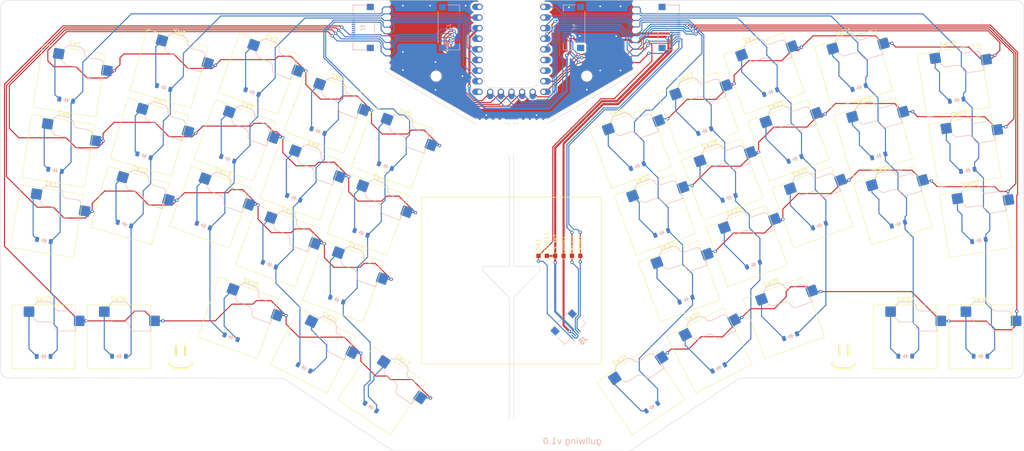
<source format=kicad_pcb>
(kicad_pcb (version 20241229) (generator "pcbnew") (generator_version "9.0")
  (title_block (title "gullwing") (rev "1") (company "orangecrust"))
  (layers (0 "F.Cu" signal) (2 "B.Cu" signal) (13 "F.Paste" user) (15 "B.Paste" user) (5 "F.SilkS" user "F.Silkscreen") (7 "B.SilkS" user "B.Silkscreen") (1 "F.Mask" user) (3 "B.Mask" user) (25 "Edge.Cuts" user))
  (net 0 "")
  (net 1 "GND")
  (net 2 "Net-(D1-A)")
  (net 3 "Net-(D2-A)")
  (net 4 "Net-(D3-A)")
  (net 5 "Net-(D4-A)")
  (net 6 "Net-(D5-A)")
  (net 7 "Net-(D6-A)")
  (net 8 "Net-(D7-A)")
  (net 9 "Net-(D8-A)")
  (net 10 "Net-(D9-A)")
  (net 11 "Net-(D10-A)")
  (net 12 "Net-(D11-A)")
  (net 13 "Net-(D12-A)")
  (net 14 "Net-(D13-A)")
  (net 15 "Net-(D14-A)")
  (net 16 "Net-(D15-A)")
  (net 17 "Net-(D16-A)")
  (net 18 "Net-(D17-A)")
  (net 19 "Net-(D18-A)")
  (net 20 "Net-(D19-A)")
  (net 21 "Net-(D20-A)")
  (net 22 "Net-(D21-A)")
  (net 23 "Net-(D22-A)")
  (net 24 "Net-(D23-A)")
  (net 25 "Net-(D24-A)")
  (net 26 "Net-(D25-A)")
  (net 27 "Net-(D26-A)")
  (net 28 "Net-(D27-A)")
  (net 29 "Net-(D28-A)")
  (net 30 "Net-(D29-A)")
  (net 31 "Net-(D30-A)")
  (net 32 "Net-(D31-A)")
  (net 33 "Net-(D32-A)")
  (net 34 "Net-(D33-A)")
  (net 35 "Net-(D34-A)")
  (net 36 "+3V3")
  (net 37 "+5V")
  (net 38 "Net-(D35-A)")
  (net 39 "Net-(D36-A)")
  (net 40 "Net-(D37-A)")
  (net 41 "Net-(D38-A)")
  (net 42 "Net-(D39-A)")
  (net 43 "Net-(D40-A)")
  (net 59 "r0l")
  (net 60 "r1l")
  (net 61 "r2l")
  (net 62 "r3l")
  (net 63 "r0r")
  (net 64 "r1r")
  (net 65 "r2r")
  (net 66 "r3r")
  (net 73 "c0")
  (net 74 "c1")
  (net 75 "c2")
  (net 76 "c3")
  (net 77 "c4")
  (net 78 "c5")
  (net 79 "c6")
  (net 80 "c7")
  (net 81 "c8")
  (net 82 "c9")
  (net 83 "r0")
  (net 84 "r2")
  (net 85 "r3")
  (net 86 "r1")
  (net 88 "scl")
  (net 89 "dr")
  (net 90 "sda")
  (footprint "TestPoint:TestPoint_Pad_1.0x1.0mm" (layer "F.Cu") (at 230.55 129.65)
    (property "Reference" "gnd1")
    (property "Value" "TestPoint" (hide yes))
  )
  (footprint "MountingHole_2.2mm_M2" (layer "F.Cu") (at 316.049064 106.756118 16)
    (property "Reference" "PAD8" (hide yes))
    (property "Value" "" (hide yes))
  )
  (footprint "MountingHole_2.2mm_M2" (layer "F.Cu") (at 236.15 111.4 16)
    (property "Reference" "PAD8" (hide yes))
    (property "Value" "" (hide yes))
  )
  (footprint "TestPoint:TestPoint_Pad_1.0x1.0mm" (layer "F.Cu") (at 224.55 129.65)
    (property "Reference" "DR1")
    (property "Value" "TestPoint" (hide yes))
  )
  (footprint "ScottoKeebs_Hotswap:Hotswap_Choc_V1V2_1.00u" (layer "F.Cu") (at 170.703264 152.261007 -27)
    (property "Reference" "SW16")
    (property "Value" "~")
  )
  (footprint "ScottoKeebs_Hotswap:Hotswap_Choc_V1V2_1.00u" (layer "F.Cu") (at 183.777847 119.741896 -20)
    (property "Reference" "SW10")
    (property "Value" "~")
  )
  (footprint "ScottoKeebs_Hotswap:Hotswap_Choc_V1V2_1.00u" (layer "F.Cu") (at 268.496657 111.35376 20)
    (property "Reference" "SW28")
    (property "Value" "~")
  )
  (footprint "ScottoKeebs_Hotswap:Hotswap_Choc_V1V2_1.00u" (layer "F.Cu") (at 167.67568 111.353763 -20)
    (property "Reference" "SW9")
    (property "Value" "~")
  )
  (footprint "MountingHole_2.2mm_M2" (layer "F.Cu") (at 115.3 138.85 16)
    (property "Reference" "PAD8" (hide yes))
    (property "Value" "" (hide yes))
  )
  (footprint "MountingHole_2.2mm_M2" (layer "F.Cu") (at 170.3 78.75 16)
    (property "Reference" "PAD8" (hide yes))
    (property "Value" "" (hide yes))
  )
  (footprint "ScottoKeebs_Hotswap:Hotswap_Choc_V1V2_1.00u" (layer "F.Cu") (at 299.888329 84.862498 16)
    (property "Reference" "SW21")
    (property "Value" "~")
  )
  (footprint "ScottoKeebs_Hotswap:Hotswap_Choc_V1V2_1.00u" (layer "F.Cu") (at 312.2 149)
    (property "Reference" "SW39")
    (property "Value" "~")
  )
  (footprint "MountingHole_2.2mm_M2" (layer "F.Cu") (at 257.602095 106.27355 20)
    (property "Reference" "PAD10" (hide yes))
    (property "Value" "" (hide yes))
  )
  (footprint "ScottoKeebs_Hotswap:Hotswap_Choc_V1V2_1.00u" (layer "F.Cu") (at 326.405856 104.542934 9)
    (property "Reference" "SW19")
    (property "Value" "~")
  )
  (footprint "ScottoKeebs_Hotswap:Hotswap_Choc_V1V2_1.00u" (layer "F.Cu") (at 157.729865 86.051166 -20)
    (property "Reference" "SW3")
    (property "Value" "~")
  )
  (footprint "ScottoKeebs_Hotswap:Hotswap_Choc_V1V2_1.00u" (layer "F.Cu") (at 290.071147 118.000713 20)
    (property "Reference" "SW26")
    (property "Value" "~")
  )
  (footprint "ScottoKeebs_Hotswap:Hotswap_Choc_V1V2_1.00u" (layer "F.Cu") (at 126.91234 117.545406 -16)
    (property "Reference" "SW12")
    (property "Value" "~")
  )
  (footprint "ScottoKeebs_Miscellaneous:Mouse_Bites_5" (layer "F.Cu") (at 247.7 72.5)
    (property "Reference" "mb3" (hide yes))
    (property "Value" "Mouse_Bites_5" (hide yes))
  )
  (footprint "ScottoKeebs_Hotswap:Hotswap_Choc_V1V2_1.00u" (layer "F.Cu") (at 152.8 144.5 -20)
    (property "Reference" "SW35")
    (property "Value" "~")
  )
  (footprint "TestPoint:TestPoint_Pad_1.0x1.0mm" (layer "F.Cu") (at 228.55 129.65)
    (property "Reference" "3.3v1")
    (property "Value" "TestPoint" (hide yes))
  )
  (footprint "MountingHole_2.2mm_M2" (layer "F.Cu") (at 311.939988 90.249286 16)
    (property "Reference" "PAD6" (hide yes))
    (property "Value" "" (hide yes))
  )
  (footprint "ScottoKeebs_Hotswap:Hotswap_Choc_V1V2_1.00u" (layer "F.Cu") (at 112.425861 87.752229 -9)
    (property "Reference" "SW1")
    (property "Value" "~")
  )
  (footprint "MountingHole_2.2mm_M2" (layer "F.Cu") (at 179.069129 156.840697 -30.5)
    (property "Reference" "PAD11" (hide yes))
    (property "Value" "" (hide yes))
  )
  (footprint "ScottoKeebs_Hotswap:Hotswap_Choc_V1V2_1.00u" (layer "F.Cu") (at 304.574165 101.203954 16)
    (property "Reference" "SW22")
    (property "Value" "~")
  )
  (footprint "ScottoKeebs_Hotswap:Hotswap_Choc_V1V2_1.00u" (layer "F.Cu") (at 109.766475 104.54293 -9)
    (property "Reference" "SW6")
    (property "Value" "~")
  )
  (footprint "ScottoKeebs_Miscellaneous:Mouse_Bites_5" (layer "F.Cu") (at 188.5 72.5)
    (property "Reference" "mb1" (hide yes))
    (property "Value" "Mouse_Bites_5" (hide yes))
  )
  (footprint "images_lib:smiley" (layer "F.Cu") (at 139 153.85)
    (property "Reference" "G***" (hide yes))
    (property "Value" "LOGO" (hide yes))
  )
  (footprint "MountingHole_2.2mm_M2" (layer "F.Cu") (at 210.9 168.3 16)
    (property "Reference" "PAD8" (hide yes))
    (property "Value" "" (hide yes))
  )
  (footprint "MountingHole_2.2mm_M2" (layer "F.Cu") (at 321.2 138.85 16)
    (property "Reference" "PAD8" (hide yes))
    (property "Value" "" (hide yes))
  )
  (footprint "ScottoKeebs_Hotswap:Hotswap_Choc_V1V2_1.00u" (layer "F.Cu") (at 323.746474 87.752229 9)
    (property "Reference" "SW18")
    (property "Value" "~")
  )
  (footprint "MountingHole_2.2mm_M2" (layer "F.Cu") (at 236.1 86.65 16)
    (property "Reference" "PAD8" (hide yes))
    (property "Value" "" (hide yes))
  )
  (footprint "MountingHole_2.2mm_M2" (layer "F.Cu") (at 225.3 168.3 16)
    (property "Reference" "PAD8" (hide yes))
    (property "Value" "" (hide yes))
  )
  (footprint "ScottoKeebs_Hotswap:Hotswap_Choc_V1V2_1.00u" (layer "F.Cu") (at 278.44246 86.051166 20)
    (property "Reference" "SW24")
    (property "Value" "~")
  )
  (footprint "ScottoKeebs_Hotswap:Hotswap_Choc_V1V2_1.00u" (layer "F.Cu") (at 124.3 149)
    (property "Reference" "SW36")
    (property "Value" "~")
  )
  (footprint "ScottoKeebs_Hotswap:Hotswap_Choc_V1V2_1.00u" (layer "F.Cu") (at 283.2 144.5 20)
    (property "Reference" "SW38")
    (property "Value" "~")
  )
  (footprint "ScottoKeebs_Hotswap:Hotswap_Choc_V1V2_1.00u" (layer "F.Cu") (at 329.065248 121.333639 9)
    (property "Reference" "SW20")
    (property "Value" "~")
  )
  (footprint "ScottoKeebs_Hotswap:Hotswap_Choc_V1V2_1.00u" (layer "F.Cu") (at 161.86134 127.328539 -20)
    (property "Reference" "SW14")
    (property "Value" "~")
  )
  (footprint "MountingHole_2.2mm_M2" (layer "F.Cu") (at 200.1 111.4 16)
    (property "Reference" "PAD8" (hide yes))
    (property "Value" "" (hide yes))
  )
  (footprint "TestPoint:TestPoint_Pad_1.0x1.0mm" (layer "F.Cu") (at 226.55 129.65)
    (property "Reference" "RSTb1")
    (property "Value" "TestPoint" (hide yes))
  )
  (footprint "ScottoKeebs_Miscellaneous:Mouse_Bites_5" (layer "F.Cu") (at 212.9 97.5 90)
    (property "Reference" "mb2" (hide yes))
    (property "Value" "Mouse_Bites_5" (hide yes))
  )
  (footprint "MountingHole_2.2mm_M2" (layer "F.Cu") (at 200.1 86.65 16)
    (property "Reference" "PAD8" (hide yes))
    (property "Value" "" (hide yes))
  )
  (footprint "ScottoKeebs_Hotswap:Hotswap_Choc_V1V2_1.00u" (layer "F.Cu") (at 107.107091 121.333638 -9)
    (property "Reference" "SW11")
    (property "Value" "~")
  )
  (footprint "ScottoKeebs_Miscellaneous:Mouse_Bites_5" (layer "F.Cu") (at 218.1 102.05)
    (property "Reference" "mb2" (hide yes))
    (property "Value" "Mouse_Bites_5" (hide yes))
  )
  (footprint "images_lib:smiley" (layer "F.Cu") (at 297.5 153.85)
    (property "Reference" "G***" (hide yes))
    (property "Value" "LOGO" (hide yes))
  )
  (footprint "MountingHole_2.2mm_M2" (layer "F.Cu") (at 257.103211 156.840699 30.5)
    (property "Reference" "PAD12" (hide yes))
    (property "Value" "" (hide yes))
  )
  (footprint "ScottoKeebs_Hotswap:Hotswap_Choc_V1V2_1.00u" (layer "F.Cu") (at 265.469082 152.261006 27)
    (property "Reference" "SW30")
    (property "Value" "~")
  )
  (footprint "ScottoKeebs_Hotswap:Hotswap_Choc_V1V2_1.00u" (layer "F.Cu") (at 189.592191 103.76712 -20)
    (property "Reference" "SW5")
    (property "Value" "~")
  )
  (footprint "ScottoKeebs_Hotswap:Hotswap_Choc_V1V2_1.00u" (layer "F.Cu") (at 173.490021 95.378985 -20)
    (property "Reference" "SW4")
    (property "Value" "~")
  )
  (footprint "ScottoKeebs_Hotswap:Hotswap_Choc_V1V2_1.00u" (layer "F.Cu") (at 274.311003 127.328543 20)
    (property "Reference" "SW29")
    (property "Value" "~")
  )
  (footprint "ScottoKeebs_Hotswap:Hotswap_Choc_V1V2_1.00u" (layer "F.Cu") (at 177.963504 135.716667 -20)
    (property "Reference" "SW15")
    (property "Value" "~")
  )
  (footprint "ScottoKeebs_Hotswap:Hotswap_Choc_V1V2_1.00u" (layer "F.Cu") (at 309.259997 117.545399 16)
    (property "Reference" "SW23")
    (property "Value" "~")
  )
  (footprint "MountingHole_2.2mm_M2" (layer "F.Cu") (at 266.8 78.45 16)
    (property "Reference" "PAD8" (hide yes))
    (property "Value" "" (hide yes))
  )
  (footprint "ScottoKeebs_Hotswap:Hotswap_Choc_V1V2_1.00u" (layer "F.Cu") (at 106.3 149)
    (property "Reference" "SW37")
    (property "Value" "~")
  )
  (footprint "TestPoint:TestPoint_Pad_1.0x1.0mm" (layer "F.Cu") (at 234.55 129.65)
    (property "Reference" "SDA1")
    (property "Value" "TestPoint" (hide yes))
  )
  (footprint "ScottoKeebs_MCU:RP2040_Zero" (layer "F.Cu") (at 218.1 80.25)
    (property "Reference" "U1" (hide yes))
    (property "Value" "RP2040_Zero" (hide yes))
  )
  (footprint "ScottoKeebs_Hotswap:Hotswap_Choc_V1V2_1.00u" (layer "F.Cu") (at 151.915531 102.025935 -20)
    (property "Reference" "SW8")
    (property "Value" "~")
  )
  (footprint "ScottoKeebs_Hotswap:Hotswap_Choc_V1V2_1.00u" (layer "F.Cu") (at 246.580151 103.767119 20)
    (property "Reference" "SW31")
    (property "Value" "~")
  )
  (footprint "ScottoKeebs_Hotswap:Hotswap_Choc_V1V2_1.00u" (layer "F.Cu") (at 146.101188 118.000712 -20)
    (property "Reference" "SW13")
    (property "Value" "~")
  )
  (footprint "ScottoKeebs_Hotswap:Hotswap_Choc_V1V2_1.00u" (layer "F.Cu") (at 249.041864 161.937375 34)
    (property "Reference" "SW34")
    (property "Value" "~")
  )
  (footprint "ScottoKeebs_Hotswap:Hotswap_Choc_V1V2_1.00u" (layer "F.Cu") (at 258.208833 135.716672 20)
    (property "Reference" "SW33")
    (property "Value" "~")
  )
  (footprint "ScottoKeebs_Hotswap:Hotswap_Choc_V1V2_1.00u" (layer "F.Cu") (at 252.394485 119.741899 20)
    (property "Reference" "SW32")
    (property "Value" "~")
  )
  (footprint "ScottoKeebs_Hotswap:Hotswap_Choc_V1V2_1.00u" (layer "F.Cu") (at 136.284006 84.862508 -16)
    (property "Reference" "SW2")
    (property "Value" "~")
  )
  (footprint "ScottoKeebs_Miscellaneous:Mouse_Bites_5" (layer "F.Cu") (at 223.3 97.5 90)
    (property "Reference" "mb2" (hide yes))
    (property "Value" "Mouse_Bites_5" (hide yes))
  )
  (footprint "ScottoKeebs_Hotswap:Hotswap_Choc_V1V2_1.00u" (layer "F.Cu") (at 262.682317 95.378983 20)
    (property "Reference" "SW27")
    (property "Value" "~")
  )
  (footprint "ScottoKeebs_Hotswap:Hotswap_Choc_V1V2_1.00u" (layer "F.Cu") (at 131.598172 101.203959 -16)
    (property "Reference" "SW7")
    (property "Value" "~")
  )
  (footprint "ScottoKeebs_Hotswap:Hotswap_Choc_V1V2_1.00u" (layer "F.Cu") (at 330.2 149)
    (property "Reference" "SW40")
    (property "Value" "~")
  )
  (footprint "ScottoKeebs_Miscellaneous:Mouse_Bites_5" (layer "F.Cu") (at 247.7 81)
    (property "Reference" "mb4" (hide yes))
    (property "Value" "Mouse_Bites_5" (hide yes))
  )
  (footprint "ScottoKeebs_Miscellaneous:Mouse_Bites_5" (layer "F.Cu") (at 188.5 81)
    (property "Reference" "mb2" (hide yes))
    (property "Value" "Mouse_Bites_5" (hide yes))
  )
  (footprint "ScottoKeebs_Hotswap:Hotswap_Choc_V1V2_1.00u" (layer "F.Cu") (at 187.13048 161.93738 -34)
    (property "Reference" "SW17")
    (property "Value" "~")
  )
  (footprint "TestPoint:TestPoint_Pad_1.0x1.0mm" (layer "F.Cu") (at 232.55 129.65)
    (property "Reference" "SCL1")
    (property "Value" "TestPoint" (hide yes))
  )
  (footprint "MountingHole_2.2mm_M2" (layer "F.Cu") (at 124.232353 90.249289 -16)
    (property "Reference" "PAD5" (hide yes))
    (property "Value" "" (hide yes))
  )
  (footprint "ScottoKeebs_Miscellaneous:Mouse_Bites_5" (layer "F.Cu") (at 218.1 172.25)
    (property "Reference" "mb2" (hide yes))
    (property "Value" "Mouse_Bites_5" (hide yes))
  )
  (footprint "MountingHole_2.2mm_M2" (layer "F.Cu") (at 120.123276 106.756117 -16)
    (property "Reference" "PAD7" (hide yes))
    (property "Value" "" (hide yes))
  )
  (footprint "ScottoKeebs_Hotswap:Hotswap_Choc_V1V2_1.00u" (layer "F.Cu") (at 284.256805 102.025942 20)
    (property "Reference" "SW25")
    (property "Value" "~")
  )
  (footprint "ScottoKeebs_Components:Diode_SOD-123" (layer "B.Cu") (at 301.183821 89.380431 -164)
    (property "Reference" "D21" (hide yes))
    (property "Value" "~")
  )
  (footprint "ScottoKeebs_Components:Diode_SOD-123" (layer "B.Cu") (at 305.869658 105.721881 -164)
    (property "Reference" "D22" (hide yes))
    (property "Value" "~")
  )
  (footprint "ScottoKeebs_Components:Diode_SOD-123" (layer "B.Cu") (at 270.104155 115.770322 -160)
    (property "Reference" "D28" (hide yes))
    (property "Value" "~")
  )
  (footprint "Connector_FFC-FPC:CON14_1X14_DRB_XF2C_TYC" (layer "B.Cu") (at 182.8 75 90)
    (property "Reference" "J1")
    (property "Value" "XF2M-1415-1A")
  )
  (footprint "ScottoKeebs_Components:Diode_SOD-123" (layer "B.Cu") (at 275.918497 131.745098 -160)
    (property "Reference" "D29" (hide yes))
    (property "Value" "~")
  )
  (footprint "NetTie:NetTie-2_SMD_Pad0.5mm" (layer "B.Cu") (at 188.5 78.6)
    (property "Reference" "NT3" (hide yes))
    (property "Value" "NetTie_2" (hide yes))
  )
  (footprint "ScottoKeebs_Components:Diode_SOD-123" (layer "B.Cu") (at 312.2 153.649 180)
    (property "Reference" "D39" (hide yes))
    (property "Value" "~")
  )
  (footprint "ScottoKeebs_Components:Diode_SOD-123" (layer "B.Cu") (at 324.481715 92.394365 -171)
    (property "Reference" "D18" (hide yes))
    (property "Value" "~")
  )
  (footprint "NetTie:NetTie-2_SMD_Pad0.5mm" (layer "B.Cu") (at 247.7 80.2)
    (property "Reference" "NT6" (hide yes))
    (property "Value" "NetTie_2" (hide yes))
  )
  (footprint "ScottoKeebs_Components:Diode_SOD-123" (layer "B.Cu") (at 124.3 153.674635 180)
    (property "Reference" "D36" (hide yes))
    (property "Value" "~")
  )
  (footprint "Connector_FFC-FPC:CON14_1X14_DRB_XF2C_TYC" (layer "B.Cu") (at 203.15 75 -90)
    (property "Reference" "J2")
    (property "Value" "XF2M-1415-1A")
  )
  (footprint "ScottoKeebs_Components:Diode_SOD-123" (layer "B.Cu") (at 267.602835 156.448732 -153)
    (property "Reference" "D30" (hide yes))
    (property "Value" "~")
  )
  (footprint "NetTie:NetTie-2_SMD_Pad0.5mm" (layer "B.Cu") (at 188.5 80.2)
    (property "Reference" "NT2" (hide yes))
    (property "Value" "NetTie_2" (hide yes))
  )
  (footprint "ScottoKeebs_Components:Diode_SOD-123" (layer "B.Cu") (at 171.882534 99.795547 160)
    (property "Reference" "D4" (hide yes))
    (property "Value" "~")
  )
  (footprint "ScottoKeebs_Components:Diode_SOD-123" (layer "B.Cu") (at 251.670062 165.833845 -146)
    (property "Reference" "D34" (hide yes))
    (property "Value" "~")
  )
  (footprint "ScottoKeebs_Components:Diode_SOD-123" (layer "B.Cu") (at 327.141104 109.185064 -171)
    (property "Reference" "D19" (hide yes))
    (property "Value" "~")
  )
  (footprint "ScottoKeebs_Components:Diode_SOD-123" (layer "B.Cu") (at 259.816324 140.133226 -160)
    (property "Reference" "D33" (hide yes))
    (property "Value" "~")
  )
  (footprint "NetTie:NetTie-2_SMD_Pad0.5mm" (layer "B.Cu") (at 247.7 77)
    (property "Reference" "NT8" (hide yes))
    (property "Value" "NetTie_2" (hide yes))
  )
  (footprint "ScottoKeebs_Components:Diode_SOD-123" (layer "B.Cu") (at 106.3 153.7068 180)
    (property "Reference" "D37" (hide yes))
    (property "Value" "~")
  )
  (footprint "NetTie:NetTie-2_SMD_Pad0.5mm" (layer "B.Cu") (at 247.7 78.6)
    (property "Reference" "NT7" (hide yes))
    (property "Value" "NetTie_2" (hide yes))
  )
  (footprint "ScottoKeebs_Components:Diode_SOD-123" (layer "B.Cu") (at 187.984702 108.183677 160)
    (property "Reference" "D5" (hide yes))
    (property "Value" "~")
  )
  (footprint "ScottoKeebs_Components:Diode_SOD-123" (layer "B.Cu") (at 184.502268 165.833855 -34)
    (property "Reference" "D17" (hide yes))
    (property "Value" "~")
  )
  (footprint "ScottoKeebs_Components:Diode_SOD-123" (layer "B.Cu") (at 106.371845 125.975768 171)
    (property "Reference" "D11" (hide yes))
    (property "Value" "~")
  )
  (footprint "ScottoKeebs_Components:Diode_SOD-123" (layer "B.Cu") (at 150.308038 106.442495 160)
    (property "Reference" "D8" (hide yes))
    (property "Value" "~")
  )
  (footprint "ScottoKeebs_Components:Diode_SOD-123" (layer "B.Cu") (at 151.114988 149.129522 -20)
    (property "Reference" "D35" (hide yes))
    (property "Value" "~")
  )
  (footprint "ScottoKeebs_Components:Diode_SOD-123" (layer "B.Cu") (at 111.690627 92.394363 171)
    (property "Reference" "D1" (hide yes))
    (property "Value" "~")
  )
  (footprint "ScottoKeebs_Components:Diode_SOD-123" (layer "B.Cu") (at 144.493695 122.417275 160)
    (property "Reference" "D13" (hide yes))
    (property "Value" "~")
  )
  (footprint "ScottoKeebs_Components:Diode_SOD-123" (layer "B.Cu") (at 310.555491 122.063333 -164)
    (property "Reference" "D23" (hide yes))
    (property "Value" "~")
  )
  (footprint "ScottoKeebs_Components:Diode_SOD-123" (layer "B.Cu") (at 329.800492 125.975766 -171)
    (property "Reference" "D20" (hide yes))
    (property "Value" "~")
  )
  (footprint "ScottoKeebs_Components:Diode_SOD-123" (layer "B.Cu") (at 280.04996 90.467723 -160)
    (property "Reference" "D24" (hide yes))
    (property "Value" "~")
  )
  (footprint "ScottoKeebs_Components:Diode_SOD-123" (layer "B.Cu") (at 248.187641 108.183679 -160)
    (property "Reference" "D31" (hide yes))
    (property "Value" "~")
  )
  (footprint "ScottoKeebs_Components:Diode_SOD-123" (layer "B.Cu") (at 130.302686 105.721875 164)
    (property "Reference" "D7" (hide yes))
    (property "Value" "~")
  )
  (footprint "ScottoKeebs_Components:Diode_SOD-123" (layer "B.Cu") (at 125.616851 122.063331 164)
    (property "Reference" "D12" (hide yes))
    (property "Value" "~")
  )
  (footprint "ScottoKeebs_Components:Diode_SOD-123" (layer "B.Cu") (at 264.289813 99.795544 -160)
    (property "Reference" "D27" (hide yes))
    (property "Value" "~")
  )
  (footprint "NetTie:NetTie-2_SMD_Pad0.5mm" (layer "B.Cu") (at 188.5 77)
    (property "Reference" "NT4" (hide yes))
    (property "Value" "NetTie_2" (hide yes))
  )
  (footprint "ScottoKeebs_Components:Diode_SOD-123" (layer "B.Cu") (at 166.068189 115.77032 160)
    (property "Reference" "D9" (hide yes))
    (property "Value" "~")
  )
  (footprint "ScottoKeebs_Components:Diode_SOD-123" (layer "B.Cu") (at 182.170353 124.158452 160)
    (property "Reference" "D10" (hide yes))
    (property "Value" "~")
  )
  (footprint "ScottoKeebs_Components:Diode_SOD-123" (layer "B.Cu") (at 254.001981 124.158458 -160)
    (property "Reference" "D32" (hide yes))
    (property "Value" "~")
  )
  (footprint "ScottoKeebs_Components:Diode_SOD-123" (layer "B.Cu") (at 176.356009 140.133222 160)
    (property "Reference" "D15" (hide yes))
    (property "Value" "~")
  )
  (footprint "ScottoKeebs_Components:Diode_SOD-123" (layer "B.Cu") (at 109.031235 109.185064 171)
    (property "Reference" "D6" (hide yes))
    (property "Value" "~")
  )
  (footprint "ScottoKeebs_Components:Diode_SOD-123" (layer "B.Cu") (at 168.5695 156.448733 -27)
    (property "Reference" "D16" (hide yes))
    (property "Value" "~")
  )
  (footprint "Connector_FFC-FPC:XF2M06151A" (layer "B.Cu") (at 232 147 45)
    (property "Reference" "J5")
    (property "Value" "XF2M-0615-1A" (hide yes))
  )
  (footprint "Connector_FFC-FPC:CON14_1X14_DRB_XF2C_TYC" (layer "B.Cu") (at 233.0621 75 90)
    (property "Reference" "J4")
    (property "Value" "XF2M-1415-1A")
  )
  (footprint "Connector_FFC-FPC:CON14_1X14_DRB_XF2C_TYC" (layer "B.Cu") (at 255.6511 75 -90)
    (property "Reference" "J3")
    (property "Value" "XF2M-1415-1A")
  )
  (footprint "NetTie:NetTie-2_SMD_Pad0.5mm" (layer "B.Cu") (at 247.7 81.8)
    (property "Reference" "NT5" (hide yes))
    (property "Value" "NetTie_2" (hide yes))
  )
  (footprint "ScottoKeebs_Components:Diode_SOD-123" (layer "B.Cu") (at 330.2 153.649 180)
    (property "Reference" "D40" (hide yes))
    (property "Value" "~")
  )
  (footprint "ScottoKeebs_Components:Diode_SOD-123" (layer "B.Cu") (at 285.864299 106.442495 -160)
    (property "Reference" "D25" (hide yes))
    (property "Value" "~")
  )
  (footprint "ScottoKeebs_Components:Diode_SOD-123" (layer "B.Cu") (at 284.790051 148.868631 -160)
    (property "Reference" "D38" (hide yes))
    (property "Value" "~")
  )
  (footprint "ScottoKeebs_Components:Diode_SOD-123" (layer "B.Cu") (at 134.988517 89.380435 164)
    (property "Reference" "D2" (hide yes))
    (property "Value" "~")
  )
  (footprint "ScottoKeebs_Components:Diode_SOD-123" (layer "B.Cu") (at 291.678644 122.417268 -160)
    (property "Reference" "D26" (hide yes))
    (property "Value" "~")
  )
  (footprint "ScottoKeebs_Components:Diode_SOD-123" (layer "B.Cu") (at 156.12238 90.467716 160)
    (property "Reference" "D3" (hide yes))
    (property "Value" "~")
  )
  (footprint "ScottoKeebs_Components:Diode_SOD-123" (layer "B.Cu") (at 160.253841 131.745094 160)
    (property "Reference" "D14" (hide yes))
    (property "Value" "~")
  )
  (footprint "NetTie:NetTie-2_SMD_Pad0.5mm" (layer "B.Cu") (at 188.5 81.8)
    (property "Reference" "NT1" (hide yes))
    (property "Value" "NetTie_2" (hide yes))
  )
  (gr_rect (start 196.6 115.6) (end 239.6 155.5) (stroke (width 0.15)) (fill no) (layer "F.SilkS"))
  (gr_line (start 273.255551 158.85) (end 338.55 158.85) (stroke (width 0.1)) (layer "Edge.Cuts"))
  (gr_arc (start 213.5 89.45) (mid 212.085786 88.864214) (end 211.5 87.45) (stroke (width 0.1)) (layer "Edge.Cuts"))
  (gr_arc (start 209.5 68.5) (mid 210.914214 69.085786) (end 211.5 70.5) (stroke (width 0.1)) (layer "Edge.Cuts"))
  (gr_arc (start 95.95 70.5) (mid 96.535786 69.085786) (end 97.95 68.5) (stroke (width 0.1)) (layer "Edge.Cuts"))
  (gr_line (start 211.5 87.45) (end 211.5 70.5) (stroke (width 0.1)) (layer "Edge.Cuts"))
  (gr_arc (start 338.55 68.5) (mid 339.964214 69.085786) (end 340.55 70.5) (stroke (width 0.1)) (layer "Edge.Cuts"))
  (gr_line (start 95.95 70.5) (end 95.95 156.851479) (stroke (width 0.1)) (layer "Edge.Cuts"))
  (gr_line (start 164.051916 159.23302) (end 189.347412 176.016534) (stroke (width 0.1)) (layer "Edge.Cuts"))
  (gr_arc (start 224.7 87.45) (mid 224.114214 88.864214) (end 222.7 89.45) (stroke (width 0.1)) (layer "Edge.Cuts"))
  (gr_poly (pts (xy 226.5 97) (xy 226.5 98) (xy 226.75 98) (xy 248.25 85.55) (xy 248.25 84.2) (xy 247.15 84.2) (xy 247.15 85.05) (xy 226.5 97)) (stroke (width 0.1)) (fill no) (layer "Edge.Cuts"))
  (gr_arc (start 340.55 156.85) (mid 339.964214 158.264214) (end 338.55 158.85) (stroke (width 0.1)) (layer "Edge.Cuts"))
  (gr_line (start 209.5 68.5) (end 97.95 68.5) (stroke (width 0.1)) (layer "Edge.Cuts"))
  (gr_line (start 224.7 70.5) (end 224.7 87.45) (stroke (width 0.1)) (layer "Edge.Cuts"))
  (gr_poly (pts (xy 217.6 132.15) (xy 211.3 132.15) (xy 211.3 133.25) (xy 217.6 139.65) (xy 217.6 169) (xy 218.6 169) (xy 218.625 139.625) (xy 224.9 133.25) (xy 224.9 132.15) (xy 218.6 132.15) (xy 218.6 105.25) (xy 217.6 105.25)) (stroke (width 0.1)) (fill no) (layer "Edge.Cuts"))
  (gr_arc (start 190.453154 176.35) (mid 189.875694 176.264807) (end 189.347412 176.016534) (stroke (width 0.1)) (layer "Edge.Cuts"))
  (gr_line (start 340.55 156.85) (end 340.55 70.5) (stroke (width 0.1)) (layer "Edge.Cuts"))
  (gr_poly (pts (xy 216.1 97) (xy 216.1 98) (xy 217.6 98) (xy 217.6 98.85) (xy 218.6 98.85) (xy 218.6 98) (xy 220.1 98) (xy 220.1 97)) (stroke (width 0.1)) (fill no) (layer "Edge.Cuts"))
  (gr_arc (start 162.947653 158.899554) (mid 163.524352 158.984939) (end 164.051916 159.23302) (stroke (width 0.1)) (layer "Edge.Cuts"))
  (gr_arc (start 224.7 70.5) (mid 225.285786 69.085786) (end 226.7 68.5) (stroke (width 0.1)) (layer "Edge.Cuts"))
  (gr_line (start 97.948521 158.851478) (end 162.947653 158.899554) (stroke (width 0.1)) (layer "Edge.Cuts"))
  (gr_arc (start 97.948521 158.851478) (mid 96.535271 158.265168) (end 95.95 156.851479) (stroke (width 0.1)) (layer "Edge.Cuts"))
  (gr_arc (start 272.146151 159.1859) (mid 272.675983 158.935817) (end 273.255551 158.85) (stroke (width 0.1)) (layer "Edge.Cuts"))
  (gr_arc (start 246.903849 176.0141) (mid 246.374017 176.264183) (end 245.794449 176.35) (stroke (width 0.1)) (layer "Edge.Cuts"))
  (gr_line (start 338.55 68.5) (end 228.3 68.5) (stroke (width 0.1)) (layer "Edge.Cuts"))
  (gr_line (start 190.453154 176.35) (end 245.794449 176.35) (stroke (width 0.1)) (layer "Edge.Cuts"))
  (gr_line (start 228.3 68.5) (end 226.7 68.5) (stroke (width 0.1)) (layer "Edge.Cuts"))
  (gr_line (start 222.7 89.45) (end 213.5 89.45) (stroke (width 0.1)) (layer "Edge.Cuts"))
  (gr_poly (pts (xy 209.7 97) (xy 209.7 98.05) (xy 209.45 98.05) (xy 188 85.55) (xy 188 84.2) (xy 189 84.2) (xy 189 85.05)) (stroke (width 0.1)) (fill no) (layer "Edge.Cuts"))
  (gr_line (start 246.903849 176.0141) (end 272.146151 159.1859) (stroke (width 0.1)) (layer "Edge.Cuts"))
  (gr_text "gullwing v1.0" (at 239.65 174.95 0) (layer "B.SilkS") (effects (font (size 1.5 1.5) (thickness 0.1875)) (justify left bottom mirror)))
  (segment (start 247.25 76.75) (end 247.3 76.75) (width 0.5) (layer "F.Cu") (net 1))
  (segment (start 243.15 77.1) (end 246.9 77.1) (width 0.5) (layer "F.Cu") (net 1))
  (segment (start 256.326 76.651001) (end 256.326 80.565364) (width 0.5) (layer "F.Cu") (net 1))
  (segment (start 248.135338 76.751) (end 248.436338 76.45) (width 0.5) (layer "F.Cu") (net 1))
  (segment (start 230.55 102.8) (end 230.55 129.65) (width 0.5) (layer "F.Cu") (net 1))
  (segment (start 243.540364 93.351) (end 239.999 93.351) (width 0.5) (layer "F.Cu") (net 1))
  (segment (start 248.05 76.751) (end 248.135338 76.751) (width 0.5) (layer "F.Cu") (net 1))
  (segment (start 246.9 77.1) (end 247.25 76.75) (width 0.5) (layer "F.Cu") (net 1))
  (segment (start 256.15 76.475001) (end 256.149996 76.474997) (width 0.25) (layer "F.Cu") (net 1))
  (segment (start 256.326 80.565364) (end 243.540364 93.351) (width 0.5) (layer "F.Cu") (net 1))
  (segment (start 247.301 76.751) (end 247.3 76.75) (width 0.25) (layer "F.Cu") (net 1))
  (segment (start 230.55 146.292461) (end 230.55 129.65) (width 0.5) (layer "F.Cu") (net 1))
  (segment (start 239.999 93.351) (end 230.55 102.8) (width 0.5) (layer "F.Cu") (net 1))
  (segment (start 230.55 146.292461) (end 231.95349 147.695952) (width 0.5) (layer "F.Cu") (net 1))
  (segment (start 248.436338 76.45) (end 256.124999 76.45) (width 0.5) (layer "F.Cu") (net 1))
  (segment (start 256.124999 76.45) (end 256.15 76.475001) (width 0.5) (layer "F.Cu") (net 1))
  (segment (start 248.05 76.751) (end 247.301 76.751) (width 0.25) (layer "F.Cu") (net 1))
  (segment (start 256.15 76.475001) (end 256.326 76.651001) (width 0.5) (layer "F.Cu") (net 1))
  (via (at 206.4 86.65) (size 0.8) (drill 0.4) (layers "F.Cu" "B.Cu") (net 1))
  (via (at 192.15 80.85) (size 0.8) (drill 0.4) (layers "F.Cu" "B.Cu") (net 1))
  (via (at 224.1 96) (size 0.8) (drill 0.4) (layers "F.Cu" "B.Cu") (net 1))
  (via (at 256.15 76.475001) (size 0.8) (drill 0.4) (layers "F.Cu" "B.Cu") (net 1))
  (via (at 192.15 85.2) (size 0.8) (drill 0.4) (layers "F.Cu" "B.Cu") (net 1))
  (via (at 199.95 89.95) (size 0.8) (drill 0.4) (layers "F.Cu" "B.Cu") (net 1))
  (via (at 231.95349 147.695952) (size 0.8) (drill 0.4) (layers "F.Cu" "B.Cu") (net 1))
  (via (at 244.15 85.3) (size 0.8) (drill 0.4) (layers "F.Cu" "B.Cu") (net 1))
  (via (at 244.15 69.95) (size 0.8) (drill 0.4) (layers "F.Cu" "B.Cu") (net 1))
  (via (at 192.15 69.8) (size 0.8) (drill 0.4) (layers "F.Cu" "B.Cu") (net 1))
  (via (at 212.1 96) (size 0.8) (drill 0.4) (layers "F.Cu" "B.Cu") (net 1))
  (via (at 243.15 77.1) (size 0.8) (drill 0.4) (layers "F.Cu" "B.Cu") (net 1))
  (via (at 199.95 83.3) (size 0.8) (drill 0.4) (layers "F.Cu" "B.Cu") (net 1))
  (via (at 239.3 85.3) (size 0.8) (drill 0.4) (layers "F.Cu" "B.Cu") (net 1))
  (via (at 198.65 69.8) (size 0.8) (drill 0.4) (layers "F.Cu" "B.Cu") (net 1))
  (via (at 239.3 69.95) (size 0.8) (drill 0.4) (layers "F.Cu" "B.Cu") (net 1))
  (via (at 236.1 89.9) (size 0.8) (drill 0.4) (layers "F.Cu" "B.Cu") (net 1))
  (via (at 231.85 70.2) (size 0.8) (drill 0.4) (layers "F.Cu" "B.Cu") (net 1))
  (via (at 207.15 69.8) (size 0.8) (drill 0.4) (layers "F.Cu" "B.Cu") (net 1))
  (via (at 234.4 77.05) (size 0.8) (drill 0.4) (layers "F.Cu" "B.Cu") (net 1))
  (segment (start 232.307539 148.05) (end 232.696446 148.05) (width 0.25) (layer "B.Cu") (net 1))
  (segment (start 256.15 76.475001) (end 256.375001 76.25) (width 0.25) (layer "B.Cu") (net 1))
  (segment (start 231.95349 147.695952) (end 232.307539 148.05) (width 0.25) (layer "B.Cu") (net 1))
  (segment (start 233.6 76.25) (end 230.611 76.25) (width 0.25) (layer "B.Cu") (net 1))
  (segment (start 256.375001 76.25) (end 258.1022 76.25) (width 0.25) (layer "B.Cu") (net 1))
  (segment (start 234.4 77.05) (end 233.6 76.25) (width 0.25) (layer "B.Cu") (net 1))
  (segment (start 232.696446 148.05) (end 233.166726 148.52028) (width 0.25) (layer "B.Cu") (net 1))
  (segment (start 110.060941 92.136247) (end 109 91.075306) (width 0.25) (layer "B.Cu") (net 2))
  (segment (start 109 91.075306) (end 109 82.186137) (width 0.25) (layer "B.Cu") (net 2))
  (segment (start 134.573414 78.130207) (end 133.1 79.603621) (width 0.25) (layer "B.Cu") (net 3))
  (segment (start 133.1 79.603621) (end 133.1 88.623199) (width 0.25) (layer "B.Cu") (net 3))
  (segment (start 133.1 88.623199) (end 133.402435 88.925634) (width 0.25) (layer "B.Cu") (net 3))
  (segment (start 154.571888 81.137114) (end 154.571888 89.903382) (width 0.25) (layer "B.Cu") (net 4))
  (segment (start 156.493062 79.21594) (end 154.571888 81.137114) (width 0.25) (layer "B.Cu") (net 4))
  (segment (start 170.332042 90.464935) (end 170.332042 99.231213) (width 0.25) (layer "B.Cu") (net 5))
  (segment (start 172.253218 88.543759) (end 170.332042 90.464935) (width 0.25) (layer "B.Cu") (net 5))
  (segment (start 188.355388 96.931894) (end 186.43421 98.853072) (width 0.25) (layer "B.Cu") (net 6))
  (segment (start 186.43421 98.853072) (end 186.43421 107.619343) (width 0.25) (layer "B.Cu") (net 6))
  (segment (start 106.45 98.867452) (end 106.45 107.975398) (width 0.25) (layer "B.Cu") (net 7))
  (segment (start 106.45 107.975398) (end 107.401549 108.926947) (width 0.25) (layer "B.Cu") (net 7))
  (segment (start 128.2 96.159238) (end 128.2 104.75047) (width 0.25) (layer "B.Cu") (net 8))
  (segment (start 129.88758 94.471658) (end 128.2 96.159238) (width 0.25) (layer "B.Cu") (net 8))
  (segment (start 128.2 104.75047) (end 128.716604 105.267074) (width 0.25) (layer "B.Cu") (net 8))
  (segment (start 150.678728 95.190709) (end 148.757546 97.111891) (width 0.25) (layer "B.Cu") (net 9))
  (segment (start 148.757546 97.111891) (end 148.757546 105.878161) (width 0.25) (layer "B.Cu") (net 9))
  (segment (start 166.438877 104.518537) (end 164.3 106.657414) (width 0.25) (layer "B.Cu") (net 10))
  (segment (start 164.3 106.657414) (end 164.3 114.988289) (width 0.25) (layer "B.Cu") (net 10))
  (segment (start 182.541044 112.90667) (end 180.619861 114.827853) (width 0.25) (layer "B.Cu") (net 11))
  (segment (start 180.619861 114.827853) (end 180.619861 123.594118) (width 0.25) (layer "B.Cu") (net 11))
  (segment (start 103.8 124.775492) (end 104.742159 125.717651) (width 0.25) (layer "B.Cu") (net 12))
  (segment (start 103.8 115.648776) (end 103.8 124.775492) (width 0.25) (layer "B.Cu") (net 12))
  (segment (start 125.201748 110.813105) (end 123.6 112.414853) (width 0.25) (layer "B.Cu") (net 13))
  (segment (start 123.6 121.177761) (end 124.030769 121.60853) (width 0.25) (layer "B.Cu") (net 13))
  (segment (start 123.6 112.414853) (end 123.6 121.177761) (width 0.25) (layer "B.Cu") (net 13))
  (segment (start 144.864385 111.165486) (end 142.943203 113.086668) (width 0.25) (layer "B.Cu") (net 14))
  (segment (start 142.943203 113.086668) (end 142.943203 121.852941) (width 0.25) (layer "B.Cu") (net 14))
  (segment (start 158.703349 122.414501) (end 158.703349 131.18076) (width 0.25) (layer "B.Cu") (net 15))
  (segment (start 160.624537 120.493313) (end 158.703349 122.414501) (width 0.25) (layer "B.Cu") (net 15))
  (segment (start 174.805517 130.802625) (end 174.805517 139.568888) (width 0.25) (layer "B.Cu") (net 16))
  (segment (start 176.726701 128.881441) (end 174.805517 130.802625) (width 0.25) (layer "B.Cu") (net 16))
  (segment (start 173.9 154.05) (end 173.9 150.95) (width 0.25) (layer "B.Cu") (net 17))
  (segment (start 170.752182 157.197818) (end 173.9 154.05) (width 0.25) (layer "B.Cu") (net 17))
  (segment (start 173.9 150.95) (end 170.308684 147.358684) (width 0.25) (layer "B.Cu") (net 17))
  (segment (start 170.308684 147.358684) (end 170.308684 145.326001) (width 0.25) (layer "B.Cu") (net 17))
  (segment (start 170.039662 157.197818) (end 170.752182 157.197818) (width 0.25) (layer "B.Cu") (net 17))
  (segment (start 187.584006 156.115994) (end 185.251 158.449) (width 0.25) (layer "B.Cu") (net 18))
  (segment (start 183.9 163.3) (end 185.87018 165.27018) (width 0.25) (layer "B.Cu") (net 18))
  (segment (start 185.251 158.449) (end 185.251 159.33681) (width 0.25) (layer "B.Cu") (net 18))
  (segment (start 185.87018 165.27018) (end 185.87018 166.756523) (width 0.25) (layer "B.Cu") (net 18))
  (segment (start 185.251 159.33681) (end 183.9 160.68781) (width 0.25) (layer "B.Cu") (net 18))
  (segment (start 183.9 160.68781) (end 183.9 163.3) (width 0.25) (layer "B.Cu") (net 18))
  (segment (start 319.350958 82.37362) (end 319.350958 84.70677) (width 0.25) (layer "B.Cu") (net 19))
  (segment (start 320.4 85.755812) (end 320.4 90.200453) (width 0.25) (layer "B.Cu") (net 19))
  (segment (start 319.350958 84.70677) (end 320.4 85.755812) (width 0.25) (layer "B.Cu") (net 19))
  (segment (start 320.4 90.200453) (end 322.852029 92.652482) (width 0.25) (layer "B.Cu") (net 19))
  (segment (start 322.01034 99.164325) (end 322.01034 102.01034) (width 0.25) (layer "B.Cu") (net 20))
  (segment (start 322.9 106.831763) (end 325.511418 109.443181) (width 0.25) (layer "B.Cu") (net 20))
  (segment (start 322.01034 102.01034) (end 322.9 102.9) (width 0.25) (layer "B.Cu") (net 20))
  (segment (start 322.9 102.9) (end 322.9 106.831763) (width 0.25) (layer "B.Cu") (net 20))
  (segment (start 324.669732 118.719732) (end 325.75 119.8) (width 0.25) (layer "B.Cu") (net 21))
  (segment (start 324.669732 115.95503) (end 324.669732 118.719732) (width 0.25) (layer "B.Cu") (net 21))
  (segment (start 325.75 123.813077) (end 328.170806 126.233883) (width 0.25) (layer "B.Cu") (net 21))
  (segment (start 325.75 119.8) (end 325.75 123.813077) (width 0.25) (layer "B.Cu") (net 21))
  (segment (start 294.870089 81.870089) (end 296.35 83.35) (width 0.25) (layer "B.Cu") (net 22))
  (segment (start 294.870089 80.059659) (end 294.870089 81.870089) (width 0.25) (layer "B.Cu") (net 22))
  (segment (start 296.35 86.587493) (end 299.597739 89.835232) (width 0.25) (layer "B.Cu") (net 22))
  (segment (start 296.35 83.35) (end 296.35 86.587493) (width 0.25) (layer "B.Cu") (net 22))
  (segment (start 299.555925 96.401115) (end 299.555925 98.355925) (width 0.25) (layer "B.Cu") (net 23))
  (segment (start 301.25 100.05) (end 301.25 103.143106) (width 0.25) (layer "B.Cu") (net 23))
  (segment (start 301.25 103.143106) (end 304.283576 106.176682) (width 0.25) (layer "B.Cu") (net 23))
  (segment (start 299.555925 98.355925) (end 301.25 100.05) (width 0.25) (layer "B.Cu") (net 23))
  (segment (start 305.9 119.448725) (end 308.969409 122.518134) (width 0.25) (layer "B.Cu") (net 24))
  (segment (start 305.9 116.15) (end 305.9 119.448725) (width 0.25) (layer "B.Cu") (net 24))
  (segment (start 304.241757 114.491757) (end 305.9 116.15) (width 0.25) (layer "B.Cu") (net 24))
  (segment (start 304.241757 112.74256) (end 304.241757 114.491757) (width 0.25) (layer "B.Cu") (net 24))
  (segment (start 273.101415 85.634004) (end 278.499468 91.032057) (width 0.25) (layer "B.Cu") (net 25))
  (segment (start 273.101415 81.610081) (end 273.101415 85.634004) (width 0.25) (layer "B.Cu") (net 25))
  (segment (start 278.91576 101.608782) (end 284.313807 107.006829) (width 0.25) (layer "B.Cu") (net 26))
  (segment (start 278.91576 97.584857) (end 278.91576 101.608782) (width 0.25) (layer "B.Cu") (net 26))
  (segment (start 284.730102 117.583552) (end 290.128152 122.981602) (width 0.25) (layer "B.Cu") (net 27))
  (segment (start 284.730102 113.559628) (end 284.730102 117.583552) (width 0.25) (layer "B.Cu") (net 27))
  (segment (start 257.341272 90.937898) (end 257.341272 94.961829) (width 0.25) (layer "B.Cu") (net 28))
  (segment (start 257.341272 94.961829) (end 262.739321 100.359878) (width 0.25) (layer "B.Cu") (net 28))
  (segment (start 263.155612 106.912675) (end 263.155612 110.936605) (width 0.25) (layer "B.Cu") (net 29))
  (segment (start 263.155612 110.936605) (end 268.553663 116.334656) (width 0.25) (layer "B.Cu") (net 29))
  (segment (start 268.969958 122.887458) (end 268.969958 126.911385) (width 0.25) (layer "B.Cu") (net 30))
  (segment (start 268.969958 126.911385) (end 274.368005 132.309432) (width 0.25) (layer "B.Cu") (net 30))
  (segment (start 259.626616 148.503934) (end 259.626616 151.026616) (width 0.25) (layer "B.Cu") (net 31))
  (segment (start 259.626616 151.026616) (end 265.797815 157.197815) (width 0.25) (layer "B.Cu") (net 31))
  (segment (start 241.239106 103.34997) (end 246.637149 108.748013) (width 0.25) (layer "B.Cu") (net 32))
  (segment (start 241.239106 99.326034) (end 241.239106 103.34997) (width 0.25) (layer "B.Cu") (net 32))
  (segment (start 248.651 120.922303) (end 252.451489 124.722792) (width 0.25) (layer "B.Cu") (net 33))
  (segment (start 247.05344 115.300814) (end 248.651 116.898374) (width 0.25) (layer "B.Cu") (net 33))
  (segment (start 248.651 116.898374) (end 248.651 120.922303) (width 0.25) (layer "B.Cu") (net 33))
  (segment (start 252.867788 131.275587) (end 252.867788 135.017788) (width 0.25) (layer "B.Cu") (net 34))
  (segment (start 252.867788 135.017788) (end 258.265832 140.415832) (width 0.25) (layer "B.Cu") (net 34))
  (segment (start 242.785075 160.428097) (end 249.113491 166.756513) (width 0.25) (layer "B.Cu") (net 35))
  (segment (start 249.113491 166.756513) (end 250.30215 166.756513) (width 0.25) (layer "B.Cu") (net 35))
  (segment (start 242.785075 158.920325) (end 242.785075 160.428097) (width 0.25) (layer "B.Cu") (net 35))
  (segment (start 210.32153 75.17) (end 208.05 77.44153) (width 0.5) (layer "F.Cu") (net 36))
  (segment (start 249.75 77.25) (end 248.4 78.6) (width 0.5) (layer "F.Cu") (net 36))
  (segment (start 232.700153 77.324847) (end 233.325306 77.95) (width 0.5) (layer "F.Cu") (net 36))
  (segment (start 247.190438 78.6) (end 248.2 78.6) (width 0.25) (layer "F.Cu") (net 36))
  (segment (start 239.708636 92.65) (end 228.55 103.808636) (width 0.5) (layer "F.Cu") (net 36))
  (segment (start 255.625 80.275) (end 243.25 92.65) (width 0.5) (layer "F.Cu") (net 36))
  (segment (start 255.3 77.568388) (end 255.625 77.893388) (width 0.5) (layer "F.Cu") (net 36))
  (segment (start 248.4 78.6) (end 248.386338 78.6) (width 0.5) (layer "F.Cu") (net 36))
  (segment (start 255.3 77.568388) (end 254.981612 77.25) (width 0.5) (layer "F.Cu") (net 36))
  (segment (start 232.2 80.8) (end 231.3 81.7) (width 0.5) (layer "F.Cu") (net 36))
  (segment (start 254.981612 77.25) (end 249.75 77.25) (width 0.5) (layer "F.Cu") (net 36))
  (segment (start 228.55 129.65) (end 226.55 129.65) (width 0.5) (layer "F.Cu") (net 36))
  (segment (start 255.3 77.568388) (end 254.939011 77.207399) (width 0.25) (layer "F.Cu") (net 36))
  (segment (start 228.55 129.65) (end 228.55 131.25) (width 0.5) (layer "F.Cu") (net 36))
  (segment (start 208.05 77.44153) (end 208.05 89.05) (width 0.5) (layer "F.Cu") (net 36))
  (segment (start 247.190438 78.6) (end 246.9 78.6) (width 0.25) (layer "F.Cu") (net 36))
  (segment (start 233.325306 77.95) (end 246.25 77.95) (width 0.5) (layer "F.Cu") (net 36))
  (segment (start 255.625 77.893388) (end 255.625 80.275) (width 0.5) (layer "F.Cu") (net 36))
  (segment (start 243.25 92.65) (end 239.708636 92.65) (width 0.5) (layer "F.Cu") (net 36))
  (segment (start 232.2 77.825) (end 232.2 80.8) (width 0.5) (layer "F.Cu") (net 36))
  (segment (start 232.700153 77.324847) (end 232.2 77.825) (width 0.5) (layer "F.Cu") (net 36))
  (segment (start 228.55 103.808636) (end 228.55 129.65) (width 0.5) (layer "F.Cu") (net 36))
  (segment (start 246.25 77.95) (end 246.9 78.6) (width 0.5) (layer "F.Cu") (net 36))
  (via (at 228.55 131.25) (size 0.8) (drill 0.4) (layers "F.Cu" "B.Cu") (net 36))
  (via (at 255.3 77.568388) (size 0.8) (drill 0.4) (layers "F.Cu" "B.Cu") (net 36))
  (via (at 231.3 81.7) (size 0.8) (drill 0.4) (layers "F.Cu" "B.Cu") (net 36))
  (via (at 232.700153 77.324847) (size 0.8) (drill 0.4) (layers "F.Cu" "B.Cu") (net 36))
  (via (at 208.05 89.05) (size 0.8) (drill 0.4) (layers "F.Cu" "B.Cu") (net 36))
  (segment (start 233.262917 149.323577) (end 233.602281 149.323577) (width 0.25) (layer "B.Cu") (net 36))
  (segment (start 232.05 76.826) (end 231.65 76.826) (width 0.25) (layer "B.Cu") (net 36))
  (segment (start 228.55 142.976) (end 228.55 131.25) (width 0.5) (layer "B.Cu") (net 36))
  (segment (start 232.700153 77.324847) (end 232.201306 76.826) (width 0.5) (layer "B.Cu") (net 36))
  (segment (start 232.201306 76.826) (end 232.05 76.826) (width 0.5) (layer "B.Cu") (net 36))
  (segment (start 231.573999 76.749999) (end 230.611 76.749999) (width 0.25) (layer "B.Cu") (net 36))
  (segment (start 208.05 90.67847) (end 211.78653 94.415) (width 0.5) (layer "B.Cu") (net 36))
  (segment (start 208.05 89.05) (end 208.05 90.67847) (width 0.5) (layer "B.Cu") (net 36))
  (segment (start 233.52028 148.166726) (end 232.827554 147.474) (width 0.25) (layer "B.Cu") (net 36))
  (segment (start 231.3 90.229712) (end 231.3 81.7) (width 0.5) (layer "B.Cu") (net 36))
  (segment (start 256.901719 76.750002) (end 258.1022 76.750002) (width 0.25) (layer "B.Cu") (net 36))
  (segment (start 232.813173 148.873833) (end 233.262917 149.323577) (width 0.25) (layer "B.Cu") (net 36))
  (segment (start 255.3 77.568388) (end 255.660989 77.207399) (width 0.25) (layer "B.Cu") (net 36))
  (segment (start 255.660989 77.207399) (end 256.444322 77.207399) (width 0.25) (layer "B.Cu") (net 36))
  (segment (start 233.970023 148.955835) (end 233.970023 148.616469) (width 0.25) (layer "B.Cu") (net 36))
  (segment (start 232.774 147.474) (end 232.774 147.2) (width 0.5) (layer "B.Cu") (net 36))
  (segment (start 231.65 76.826) (end 231.573999 76.749999) (width 0.25) (layer "B.Cu") (net 36))
  (segment (start 256.444322 77.207399) (end 256.901719 76.750002) (width 0.25) (layer "B.Cu") (net 36))
  (segment (start 211.78653 94.415) (end 227.114712 94.415) (width 0.5) (layer "B.Cu") (net 36))
  (segment (start 233.970023 148.616469) (end 233.52028 148.166726) (width 0.25) (layer "B.Cu") (net 36))
  (segment (start 227.114712 94.415) (end 231.3 90.229712) (width 0.5) (layer "B.Cu") (net 36))
  (segment (start 232.774 147.2) (end 228.55 142.976) (width 0.5) (layer "B.Cu") (net 36))
  (segment (start 232.827554 147.474) (end 232.774 147.474) (width 0.25) (layer "B.Cu") (net 36))
  (segment (start 233.602281 149.323577) (end 233.970023 148.955835) (width 0.25) (layer "B.Cu") (net 36))
  (segment (start 149.45 146.478376) (end 149.45 139.777971) (width 0.25) (layer "B.Cu") (net 38))
  (segment (start 152.66548 149.693856) (end 149.45 146.478376) (width 0.25) (layer "B.Cu") (net 38))
  (segment (start 149.45 139.777971) (end 151.563197 137.664774) (width 0.25) (layer "B.Cu") (net 38))
  (segment (start 120.8 151.824635) (end 122.65 153.674635) (width 0.25) (layer "B.Cu") (net 39))
  (segment (start 120.8 143) (end 120.8 151.824635) (width 0.25) (layer "B.Cu") (net 39))
  (segment (start 102.8 151.8568) (end 104.65 153.7068) (width 0.25) (layer "B.Cu") (net 40))
  (segment (start 102.8 143) (end 102.8 151.8568) (width 0.25) (layer "B.Cu") (net 40))
  (segment (start 277.858956 144.052362) (end 283.239559 149.432965) (width 0.25) (layer "B.Cu") (net 41))
  (segment (start 277.858956 140.058915) (end 277.858956 144.052362) (width 0.25) (layer "B.Cu") (net 41))
  (segment (start 308.7 151.799) (end 310.55 153.649) (width 0.25) (layer "B.Cu") (net 42))
  (segment (start 308.7 143) (end 308.7 151.799) (width 0.25) (layer "B.Cu") (net 42))
  (segment (start 326.7 143) (end 326.7 151.799) (width 0.25) (layer "B.Cu") (net 43))
  (segment (start 326.7 151.799) (end 328.55 153.649) (width 0.25) (layer "B.Cu") (net 43))
  (segment (start 174.233047 76.003) (end 175.265023 77.034977) (width 0.25) (layer "F.Cu") (net 59))
  (segment (start 162.35 81.9) (end 161.55 82.7) (width 0.25) (layer "F.Cu") (net 59))
  (segment (start 194.2 99.55) (end 193.25 100.5) (width 0.25) (layer "F.Cu") (net 59))
  (segment (start 147.35 84.05) (end 146.6 84.8) (width 0.25) (layer "F.Cu") (net 59))
  (segment (start 193.25 100.5) (end 187.2 100.5) (width 0.25) (layer "F.Cu") (net 59))
  (segment (start 124.55 82.25) (end 124.55 83.9) (width 0.25) (layer "F.Cu") (net 59))
  (segment (start 125.45 81.35) (end 124.55 82.25) (width 0.25) (layer "F.Cu") (net 59))
  (segment (start 123.178706 85.371294) (end 121.45 87.1) (width 0.25) (layer "F.Cu") (net 59))
  (segment (start 168.95 88.65) (end 168.95 85.45) (width 0.25) (layer "F.Cu") (net 59))
  (segment (start 181.25 91.4) (end 177.8 91.4) (width 0.25) (layer "F.Cu") (net 59))
  (segment (start 146.6 84.8) (end 140.8 84.8) (width 0.25) (layer "F.Cu") (net 59))
  (segment (start 161.55 82.7) (end 148.7 82.7) (width 0.25) (layer "F.Cu") (net 59))
  (segment (start 177.8 91.4) (end 177.05 92.15) (width 0.25) (layer "F.Cu") (net 59))
  (segment (start 172.45 92.15) (end 168.95 88.65) (width 0.25) (layer "F.Cu") (net 59))
  (segment (start 114 84.4) (end 108.7 84.4) (width 0.25) (layer "F.Cu") (net 59))
  (segment (start 197.2 99.55) (end 194.2 99.55) (width 0.25) (layer "F.Cu") (net 59))
  (segment (start 116.7 87.1) (end 114 84.4) (width 0.25) (layer "F.Cu") (net 59))
  (segment (start 137.35 81.35) (end 125.45 81.35) (width 0.25) (layer "F.Cu") (net 59))
  (segment (start 123.178706 85.271294) (end 123.178706 85.328706) (width 0.25) (layer "F.Cu") (net 59))
  (segment (start 108.7 84.4) (end 107.3 83) (width 0.25) (layer "F.Cu") (net 59))
  (segment (start 123.178706 85.328706) (end 123.178706 85.371294) (width 0.25) (layer "F.Cu") (net 59))
  (segment (start 165.4 81.9) (end 162.35 81.9) (width 0.25) (layer "F.Cu") (net 59))
  (segment (start 200.9 103.25) (end 197.2 99.55) (width 0.25) (layer "F.Cu") (net 59))
  (segment (start 107.3 80.5) (end 111.797 76.003) (width 0.25) (layer "F.Cu") (net 59))
  (segment (start 121.45 87.1) (end 116.7 87.1) (width 0.25) (layer "F.Cu") (net 59))
  (segment (start 177.05 92.15) (end 172.45 92.15) (width 0.25) (layer "F.Cu") (net 59))
  (segment (start 111.797 76.003) (end 174.233047 76.003) (width 0.25) (layer "F.Cu") (net 59))
  (segment (start 187.2 100.5) (end 184.65 97.95) (width 0.25) (layer "F.Cu") (net 59))
  (segment (start 168.95 85.45) (end 165.4 81.9) (width 0.25) (layer "F.Cu") (net 59))
  (segment (start 140.8 84.8) (end 137.35 81.35) (width 0.25) (layer "F.Cu") (net 59))
  (segment (start 148.7 82.7) (end 147.35 84.05) (width 0.25) (layer "F.Cu") (net 59))
  (segment (start 184.65 97.95) (end 184.65 94.8) (width 0.25) (layer "F.Cu") (net 59))
  (segment (start 124.55 83.9) (end 123.178706 85.271294) (width 0.25) (layer "F.Cu") (net 59))
  (segment (start 184.65 94.8) (end 181.25 91.4) (width 0.25) (layer "F.Cu") (net 59))
  (segment (start 107.3 83) (end 107.3 80.5) (width 0.25) (layer "F.Cu") (net 59))
  (via (at 175.265023 77.034977) (size 0.8) (drill 0.4) (layers "F.Cu" "B.Cu") (net 59))
  (via (at 184.65 94.8) (size 0.8) (drill 0.4) (layers "F.Cu" "B.Cu") (net 59))
  (via (at 123.178706 85.328706) (size 0.8) (drill 0.4) (layers "F.Cu" "B.Cu") (net 59))
  (via (at 168.95 85.45) (size 0.8) (drill 0.4) (layers "F.Cu" "B.Cu") (net 59))
  (via (at 147.35 84.05) (size 0.8) (drill 0.4) (layers "F.Cu" "B.Cu") (net 59))
  (via (at 200.9 103.25) (size 0.8) (drill 0.4) (layers "F.Cu" "B.Cu") (net 59))
  (segment (start 123.178706 85.328706) (end 121.415663 85.328706) (width 0.25) (layer "B.Cu") (net 59))
  (segment (start 200.9 103.25) (end 199.025796 103.25) (width 0.25) (layer "B.Cu") (net 59))
  (segment (start 187.995219 81.804781) (end 186.949 80.758562) (width 0.25) (layer "B.Cu") (net 59))
  (segment (start 186.362189 78.249999) (end 180.3489 78.249999) (width 0.25) (layer "B.Cu") (net 59))
  (segment (start 186.949 80.758562) (end 186.949 78.83681) (width 0.25) (layer "B.Cu") (net 59))
  (segment (start 175.265023 77.065023) (end 175.265023 77.034977) (width 0.25) (layer "B.Cu") (net 59))
  (segment (start 147.35 84.05) (end 145.999521 84.05) (width 0.25) (layer "B.Cu") (net 59))
  (segment (start 168.95 85.45) (end 167.079424 85.45) (width 0.25) (layer "B.Cu") (net 59))
  (segment (start 186.949 78.83681) (end 186.362189 78.249999) (width 0.25) (layer "B.Cu") (net 59))
  (segment (start 176.45 78.25) (end 175.265023 77.065023) (width 0.25) (layer "B.Cu") (net 59))
  (segment (start 184.65 94.8) (end 182.861761 94.8) (width 0.25) (layer "B.Cu") (net 59))
  (segment (start 176.45 78.25) (end 180.3489 78.249999) (width 0.25) (layer "B.Cu") (net 59))
  (segment (start 195.15 119.3) (end 191.2 115.35) (width 0.25) (layer "F.Cu") (net 60))
  (segment (start 119.25 103.8) (end 114.05 103.8) (width 0.25) (layer "F.Cu") (net 60))
  (segment (start 172 107.25) (end 171.15 108.1) (width 0.25) (layer "F.Cu") (net 60))
  (segment (start 166.6 108.1) (end 163.45 104.95) (width 0.25) (layer "F.Cu") (net 60))
  (segment (start 161.25 99.95) (end 159.25 97.95) (width 0.25) (layer "F.Cu") (net 60))
  (segment (start 159.25 97.95) (end 156.55 97.95) (width 0.25) (layer "F.Cu") (net 60))
  (segment (start 155.9 98.6) (end 144.35 98.6) (width 0.25) (layer "F.Cu") (net 60))
  (segment (start 179.2 110.7) (end 175.75 107.25) (width 0.25) (layer "F.Cu") (net 60))
  (segment (start 132.85 97.7) (end 123.15 97.7) (width 0.25) (layer "F.Cu") (net 60))
  (segment (start 171.15 108.1) (end 166.6 108.1) (width 0.25) (layer "F.Cu") (net 60))
  (segment (start 179.2 114.3) (end 179.2 110.7) (width 0.25) (layer "F.Cu") (net 60))
  (segment (start 98.102 88.898) (end 111.448 75.552) (width 0.25) (layer "F.Cu") (net 60))
  (segment (start 111.65 101.4) (end 100.35 101.4) (width 0.25) (layer "F.Cu") (net 60))
  (segment (start 123.15 97.7) (end 120.5 100.35) (width 0.25) (layer "F.Cu") (net 60))
  (segment (start 120.5 100.35) (end 120.5 102.15) (width 0.25) (layer "F.Cu") (net 60))
  (segment (start 188.3 115.35) (end 187.1 116.55) (width 0.25) (layer "F.Cu") (net 60))
  (segment (start 98.102 99.152) (end 98.102 88.898) (width 0.25) (layer "F.Cu") (net 60))
  (segment (start 163.45 101.4) (end 162 99.95) (width 0.25) (layer "F.Cu") (net 60))
  (segment (start 120.5 102.55) (end 119.25 103.8) (width 0.25) (layer "F.Cu") (net 60))
  (segment (start 142.6 100.35) (end 141.8 101.15) (width 0.25) (layer "F.Cu") (net 60))
  (segment (start 114.05 103.8) (end 111.65 101.4) (width 0.25) (layer "F.Cu") (net 60))
  (segment (start 120.5 102.15) (end 120.5 102.55) (width 0.25) (layer "F.Cu") (net 60))
  (segment (start 175.75 107.25) (end 172 107.25) (width 0.25) (layer "F.Cu") (net 60))
  (segment (start 136.3 101.15) (end 132.85 97.7) (width 0.25) (layer "F.Cu") (net 60))
  (segment (start 175.195126 75.552) (end 176.046563 76.403437) (width 0.25) (layer "F.Cu") (net 60))
  (segment (start 191.2 115.35) (end 188.3 115.35) (width 0.25) (layer "F.Cu") (net 60))
  (segment (start 100.35 101.4) (end 98.102 99.152) (width 0.25) (layer "F.Cu") (net 60))
  (segment (start 144.35 98.6) (end 142.6 100.35) (width 0.25) (layer "F.Cu") (net 60))
  (segment (start 162 99.95) (end 161.25 99.95) (width 0.25) (layer "F.Cu") (net 60))
  (segment (start 163.45 104.95) (end 163.45 101.4) (width 0.25) (layer "F.Cu") (net 60))
  (segment (start 181.45 116.55) (end 179.2 114.3) (width 0.25) (layer "F.Cu") (net 60))
  (segment (start 111.448 75.552) (end 175.195126 75.552) (width 0.25) (layer "F.Cu") (net 60))
  (segment (start 156.55 97.95) (end 155.9 98.6) (width 0.25) (layer "F.Cu") (net 60))
  (segment (start 141.8 101.15) (end 136.3 101.15) (width 0.25) (layer "F.Cu") (net 60))
  (segment (start 187.1 116.55) (end 181.45 116.55) (width 0.25) (layer "F.Cu") (net 60))
  (via (at 163.45 101.4) (size 0.8) (drill 0.4) (layers "F.Cu" "B.Cu") (net 60))
  (via (at 120.5 102.15) (size 0.8) (drill 0.4) (layers "F.Cu" "B.Cu") (net 60))
  (via (at 176.046563 76.403437) (size 0.8) (drill 0.4) (layers "F.Cu" "B.Cu") (net 60))
  (via (at 195.15 119.3) (size 0.8) (drill 0.4) (layers "F.Cu" "B.Cu") (net 60))
  (via (at 179.2 110.7) (size 0.8) (drill 0.4) (layers "F.Cu" "B.Cu") (net 60))
  (via (at 142.6 100.35) (size 0.8) (drill 0.4) (layers "F.Cu" "B.Cu") (net 60))
  (segment (start 187.4 78.65) (end 186.50263 77.75263) (width 0.25) (layer "B.Cu") (net 60))
  (segment (start 163.45 101.4) (end 161.240321 101.4) (width 0.25) (layer "B.Cu") (net 60))
  (segment (start 186.50263 77.75263) (end 186.50263 77.750002) (width 0.25) (layer "B.Cu") (net 60))
  (segment (start 187.990438 80.2) (end 187.4 79.609562) (width 0.25) (layer "B.Cu") (net 60))
  (segment (start 120.219407 102.119407) (end 118.756277 102.119407) (width 0.25) (layer "B.Cu") (net 60))
  (segment (start 186.5 77.75) (end 186.50263 77.75263) (width 0.25) (layer "B.Cu") (net 60))
  (segment (start 177.39313 77.75) (end 180.3489 77.75) (width 0.25) (layer "B.Cu") (net 60))
  (segment (start 188 80.2) (end 187.990438 80.2) (width 0.25) (layer "B.Cu") (net 60))
  (segment (start 177.393128 77.750002) (end 177.39313 77.75) (width 0.25) (layer "B.Cu") (net 60))
  (segment (start 142.6 100.35) (end 141.272236 100.35) (width 0.25) (layer "B.Cu") (net 60))
  (segment (start 120.5 102.15) (end 120.25 102.15) (width 0.25) (layer "B.Cu") (net 60))
  (segment (start 176.046563 76.403437) (end 177.393128 77.750002) (width 0.25) (layer "B.Cu") (net 60))
  (segment (start 187.4 79.609562) (end 187.4 78.65) (width 0.25) (layer "B.Cu") (net 60))
  (segment (start 180.3489 77.75) (end 186.5 77.75) (width 0.25) (layer "B.Cu") (net 60))
  (segment (start 179.2 110.7) (end 176.972642 110.7) (width 0.25) (layer "B.Cu") (net 60))
  (segment (start 120.25 102.15) (end 120.219407 102.119407) (width 0.25) (layer "B.Cu") (net 60))
  (segment (start 195.15 119.3) (end 193.286676 119.3) (width 0.25) (layer "B.Cu") (net 60))
  (segment (start 153.85 113.8) (end 151.1 113.8) (width 0.25) (layer "F.Cu") (net 61))
  (segment (start 175.7 132.4) (end 173.4 130.1) (width 0.25) (layer "F.Cu") (net 61))
  (segment (start 160.75 124.1) (end 157.55 120.9) (width 0.25) (layer "F.Cu") (net 61))
  (segment (start 150.35 114.55) (end 139.95 114.55) (width 0.25) (layer "F.Cu") (net 61))
  (segment (start 189.35 135.25) (end 185.55 131.45) (width 0.25) (layer "F.Cu") (net 61))
  (segment (start 157.55 120.9) (end 157.55 117.5) (width 0.25) (layer "F.Cu") (net 61))
  (segment (start 97.401 110.651) (end 97.401 88.899) (width 0.25) (layer "F.Cu") (net 61))
  (segment (start 185.55 131.45) (end 182.85 131.45) (width 0.25) (layer "F.Cu") (net 61))
  (segment (start 151.1 113.8) (end 150.35 114.55) (width 0.25) (layer "F.Cu") (net 61))
  (segment (start 176.195129 75.101) (end 176.797064 75.702936) (width 0.25) (layer "F.Cu") (net 61))
  (segment (start 104.75 118) (end 97.401 110.651) (width 0.25) (layer "F.Cu") (net 61))
  (segment (start 165.45 124.1) (end 160.75 124.1) (width 0.25) (layer "F.Cu") (net 61))
  (segment (start 181.9 132.4) (end 175.7 132.4) (width 0.25) (layer "F.Cu") (net 61))
  (segment (start 137 117.5) (end 131.45 117.5) (width 0.25) (layer "F.Cu") (net 61))
  (segment (start 111.2 120.6) (end 108.6 118) (width 0.25) (layer "F.Cu") (net 61))
  (segment (start 139.95 114.55) (end 138.175 116.325) (width 0.25) (layer "F.Cu") (net 61))
  (segment (start 117.9 119) (end 116.3 120.6) (width 0.25) (layer "F.Cu") (net 61))
  (segment (start 120.85 114.15) (end 117.9 117.1) (width 0.25) (layer "F.Cu") (net 61))
  (segment (start 117.9 117.1) (end 117.9 119) (width 0.25) (layer "F.Cu") (net 61))
  (segment (start 131.45 117.5) (end 128.1 114.15) (width 0.25) (layer "F.Cu") (net 61))
  (segment (start 173.4 126.75) (end 169.85 123.2) (width 0.25) (layer "F.Cu") (net 61))
  (segment (start 157.55 117.5) (end 153.85 113.8) (width 0.25) (layer "F.Cu") (net 61))
  (segment (start 173.4 130.1) (end 173.4 126.75) (width 0.25) (layer "F.Cu") (net 61))
  (segment (start 169.85 123.2) (end 166.35 123.2) (width 0.25) (layer "F.Cu") (net 61))
  (segment (start 182.85 131.45) (end 181.9 132.4) (width 0.25) (layer "F.Cu") (net 61))
  (segment (start 116.3 120.6) (end 111.2 120.6) (width 0.25) (layer "F.Cu") (net 61))
  (segment (start 128.1 114.15) (end 120.85 114.15) (width 0.25) (layer "F.Cu") (net 61))
  (segment (start 166.35 123.2) (end 165.45 124.1) (width 0.25) (layer "F.Cu") (net 61))
  (segment (start 138.175 116.325) (end 137 117.5) (width 0.25) (layer "F.Cu") (net 61))
  (segment (start 97.401 88.899) (end 111.199 75.101) (width 0.25) (layer "F.Cu") (net 61))
  (segment (start 108.6 118) (end 104.75 118) (width 0.25) (layer "F.Cu") (net 61))
  (segment (start 111.199 75.101) (end 176.195129 75.101) (width 0.25) (layer "F.Cu") (net 61))
  (via (at 117.9 119) (size 0.8) (drill 0.4) (layers "F.Cu" "B.Cu") (net 61))
  (via (at 176.797064 75.702936) (size 0.8) (drill 0.4) (layers "F.Cu" "B.Cu") (net 61))
  (via (at 138.175 116.325) (size 0.8) (drill 0.4) (layers "F.Cu" "B.Cu") (net 61))
  (via (at 157.55 117.5) (size 0.8) (drill 0.4) (layers "F.Cu" "B.Cu") (net 61))
  (via (at 173.4 126.75) (size 0.8) (drill 0.4) (layers "F.Cu" "B.Cu") (net 61))
  (via (at 189.35 135.25) (size 0.8) (drill 0.4) (layers "F.Cu" "B.Cu") (net 61))
  (segment (start 157.55 117.5) (end 155.551201 117.5) (width 0.25) (layer "B.Cu") (net 61))
  (segment (start 186.640436 77.249998) (end 180.3489 77.249998) (width 0.25) (layer "B.Cu") (net 61))
  (segment (start 176.797064 75.702936) (end 178.34413 77.250001) (width 0.25) (layer "B.Cu") (net 61))
  (segment (start 138.175 116.325) (end 136.219957 116.325) (width 0.25) (layer "B.Cu") (net 61))
  (segment (start 187.995219 78.604781) (end 186.640436 77.249998) (width 0.25) (layer "B.Cu") (net 61))
  (segment (start 178.344133 77.249998) (end 180.3489 77.249998) (width 0.25) (layer "B.Cu") (net 61))
  (segment (start 117.9 119) (end 116.186778 119) (width 0.25) (layer "B.Cu") (net 61))
  (segment (start 178.34413 77.250001) (end 178.344133 77.249998) (width 0.25) (layer "B.Cu") (net 61))
  (segment (start 173.4 126.75) (end 171.233526 126.75) (width 0.25) (layer "B.Cu") (net 61))
  (segment (start 189.35 135.25) (end 187.447562 135.25) (width 0.25) (layer "B.Cu") (net 61))
  (segment (start 164.25 143.95) (end 160.65 140.35) (width 0.25) (layer "F.Cu") (net 62))
  (segment (start 132.8 145.2) (end 130.45 142.85) (width 0.25) (layer "F.Cu") (net 62))
  (segment (start 114.8 145.2) (end 96.95 127.35) (width 0.25) (layer "F.Cu") (net 62))
  (segment (start 160.65 140.35) (end 157.15 140.35) (width 0.25) (layer "F.Cu") (net 62))
  (segment (start 167.35 149.1) (end 164.25 146) (width 0.25) (layer "F.Cu") (net 62))
  (segment (start 177.25 74.65) (end 177.55 74.95) (width 0.25) (layer "F.Cu") (net 62))
  (segment (start 116.45 145.2) (end 114.8 145.2) (width 0.25) (layer "F.Cu") (net 62))
  (segment (start 182 152.95) (end 178.15 149.1) (width 0.25) (layer "F.Cu") (net 62))
  (segment (start 178.15 149.1) (end 167.35 149.1) (width 0.25) (layer "F.Cu") (net 62))
  (segment (start 96.95 127.35) (end 96.95 88.6) (width 0.25) (layer "F.Cu") (net 62))
  (segment (start 125.75 145.2) (end 116.45 145.2) (width 0.25) (layer "F.Cu") (net 62))
  (segment (start 157.15 140.35) (end 156.3 141.2) (width 0.25) (layer "F.Cu") (net 62))
  (segment (start 96.95 88.6) (end 110.9 74.65) (width 0.25) (layer "F.Cu") (net 62))
  (segment (start 156.3 141.2) (end 151.3 141.2) (width 0.25) (layer "F.Cu") (net 62))
  (segment (start 198.75 163.65) (end 194.35 159.25) (width 0.25) (layer "F.Cu") (net 62))
  (segment (start 188.4 158.4) (end 185.65 158.4) (width 0.25) (layer "F.Cu") (net 62))
  (segment (start 194.35 159.25) (end 189.25 159.25) (width 0.25) (layer "F.Cu") (net 62))
  (segment (start 164.25 146) (end 164.25 143.95) (width 0.25) (layer "F.Cu") (net 62))
  (segment (start 128.1 142.85) (end 125.75 145.2) (width 0.25) (layer "F.Cu") (net 62))
  (segment (start 189.25 159.25) (end 188.4 158.4) (width 0.25) (layer "F.Cu") (net 62))
  (segment (start 182.1 152.95) (end 182 152.95) (width 0.25) (layer "F.Cu") (net 62))
  (segment (start 130.45 142.85) (end 128.1 142.85) (width 0.25) (layer "F.Cu") (net 62))
  (segment (start 147.3 145.2) (end 134.8 145.2) (width 0.25) (layer "F.Cu") (net 62))
  (segment (start 110.9 74.65) (end 177.25 74.65) (width 0.25) (layer "F.Cu") (net 62))
  (segment (start 134.8 145.2) (end 132.8 145.2) (width 0.25) (layer "F.Cu") (net 62))
  (segment (start 151.3 141.2) (end 147.3 145.2) (width 0.25) (layer "F.Cu") (net 62))
  (segment (start 185.65 158.4) (end 182.1 154.85) (width 0.25) (layer "F.Cu") (net 62))
  (segment (start 182.1 154.85) (end 182.1 152.95) (width 0.25) (layer "F.Cu") (net 62))
  (via (at 182.1 152.95) (size 0.8) (drill 0.4) (layers "F.Cu" "B.Cu") (net 62))
  (via (at 177.55 74.95) (size 0.8) (drill 0.4) (layers "F.Cu" "B.Cu") (net 62))
  (via (at 198.75 163.65) (size 0.8) (drill 0.4) (layers "F.Cu" "B.Cu") (net 62))
  (via (at 116.45 145.2) (size 0.8) (drill 0.4) (layers "F.Cu" "B.Cu") (net 62))
  (via (at 164.25 143.95) (size 0.8) (drill 0.4) (layers "F.Cu" "B.Cu") (net 62))
  (via (at 134.8 145.2) (size 0.8) (drill 0.4) (layers "F.Cu" "B.Cu") (net 62))
  (segment (start 186.799999 76.749999) (end 187.05 77) (width 0.25) (layer "B.Cu") (net 62))
  (segment (start 164.25 143.95) (end 162.200723 143.95) (width 0.25) (layer "B.Cu") (net 62))
  (segment (start 179.350005 76.749999) (end 180.3489 76.749999) (width 0.25) (layer "B.Cu") (net 62))
  (segment (start 198.75 163.65) (end 196.412055 163.65) (width 0.25) (layer "B.Cu") (net 62))
  (segment (start 182.1 152.95) (end 180.217881 152.95) (width 0.25) (layer "B.Cu") (net 62))
  (segment (start 179.350002 76.750002) (end 179.350005 76.749999) (width 0.25) (layer "B.Cu") (net 62))
  (segment (start 177.55 74.95) (end 179.350002 76.750002) (width 0.25) (layer "B.Cu") (net 62))
  (segment (start 180.3489 76.749999) (end 186.799999 76.749999) (width 0.25) (layer "B.Cu") (net 62))
  (segment (start 114.8 145.2) (end 116.45 145.2) (width 0.25) (layer "B.Cu") (net 62))
  (segment (start 134.8 145.2) (end 132.8 145.2) (width 0.25) (layer "B.Cu") (net 62))
  (segment (start 187.05 77) (end 188 77) (width 0.25) (layer "B.Cu") (net 62))
  (segment (start 333.6 81.7) (end 334.8 80.5) (width 0.25) (layer "F.Cu") (net 63))
  (segment (start 260.1 92.2) (end 255.45 96.85) (width 0.25) (layer "F.Cu") (net 63))
  (segment (start 334.8 78.61343) (end 331.989711 75.803141) (width 0.25) (layer "F.Cu") (net 63))
  (segment (start 274.8 82.95) (end 271.3 86.45) (width 0.25) (layer "F.Cu") (net 63))
  (segment (start 282.7 82.95) (end 274.8 82.95) (width 0.25) (layer "F.Cu") (net 63))
  (segment (start 271.3 88.45) (end 270.05 89.7) (width 0.25) (layer "F.Cu") (net 63))
  (segment (start 266.95 92.2) (end 260.1 92.2) (width 0.25) (layer "F.Cu") (net 63))
  (segment (start 286.6 80.55) (end 285.1 80.55) (width 0.25) (layer "F.Cu") (net 63))
  (segment (start 327.4 79.7) (end 309.9 79.7) (width 0.25) (layer "F.Cu") (net 63))
  (segment (start 269.45 89.7) (end 266.95 92.2) (width 0.25) (layer "F.Cu") (net 63))
  (segment (start 287.4 79.75) (end 286.6 80.55) (width 0.25) (layer "F.Cu") (net 63))
  (segment (start 330.5 82.8) (end 327.4 79.7) (width 0.25) (layer "F.Cu") (net 63))
  (segment (start 305.05 77) (end 290.15 77) (width 0.25) (layer "F.Cu") (net 63))
  (segment (start 334.8 80.5) (end 334.8 78.61343) (width 0.25) (layer "F.Cu") (net 63))
  (segment (start 331.989711 75.803141) (end 262.964459 75.803141) (width 0.25) (layer "F.Cu") (net 63))
  (segment (start 262.964459 75.803141) (end 262.177242 76.590358) (width 0.25) (layer "F.Cu") (net 63))
  (segment (start 285.1 80.55) (end 282.7 82.95) (width 0.25) (layer "F.Cu") (net 63))
  (segment (start 271.3 86.45) (end 271.3 88.45) (width 0.25) (layer "F.Cu") (net 63))
  (segment (start 333.6 81.7) (end 332.5 82.8) (width 0.25) (layer "F.Cu") (net 63))
  (segment (start 332.5 82.8) (end 330.5 82.8) (width 0.25) (layer "F.Cu") (net 63))
  (segment (start 290.15 77) (end 287.4 79.75) (width 0.25) (layer "F.Cu") (net 63))
  (segment (start 306.85 78.8) (end 305.05 77) (width 0.25) (layer "F.Cu") (net 63))
  (segment (start 309 78.8) (end 306.85 78.8) (width 0.25) (layer "F.Cu") (net 63))
  (segment (start 309.9 79.7) (end 309 78.8) (width 0.25) (layer "F.Cu") (net 63))
  (segment (start 270.05 89.7) (end 269.45 89.7) (width 0.25) (layer "F.Cu") (net 63))
  (via (at 333.6 81.7) (size 0.8) (drill 0.4) (layers "F.Cu" "B.Cu") (net 63))
  (via (at 262.177242 76.590358) (size 0.8) (drill 0.4) (layers "F.Cu" "B.Cu") (net 63))
  (via (at 271.3 88.45) (size 0.8) (drill 0.4) (layers "F.Cu" "B.Cu") (net 63))
  (via (at 287.4 79.75) (size 0.8) (drill 0.4) (layers "F.Cu" "B.Cu") (net 63))
  (via (at 309 78.8) (size 0.8) (drill 0.4) (layers "F.Cu" "B.Cu") (net 63))
  (via (at 255.45 96.85) (size 0.8) (drill 0.4) (layers "F.Cu" "B.Cu") (net 63))
  (segment (start 251.850005 75.750001) (end 251.850002 75.749998) (width 0.25) (layer "B.Cu") (net 63))
  (segment (start 259.022661 75.750001) (end 259.11133 75.83867) (width 0.25) (layer "B.Cu") (net 63))
  (segment (start 248.3 81.8) (end 248.2 81.8) (width 0.25) (layer "B.Cu") (net 63))
  (segment (start 271.3 88.45) (end 269.821008 88.45) (width 0.25) (layer "B.Cu") (net 63))
  (segment (start 258.1022 75.750001) (end 251.850005 75.750001) (width 0.25) (layer "B.Cu") (net 63))
  (segment (start 259.022658 75.749998) (end 259.11133 75.83867) (width 0.25) (layer "B.Cu") (net 63))
  (segment (start 255.45 96.85) (end 253.706978 96.85) (width 0.25) (layer "B.Cu") (net 63))
  (segment (start 287.4 79.75) (end 285.307008 79.75) (width 0.25) (layer "B.Cu") (net 63))
  (segment (start 251.850002 75.749998) (end 249.652 77.948) (width 0.25) (layer "B.Cu") (net 63))
  (segment (start 259.88191 76.60925) (end 262.15835 76.60925) (width 0.25) (layer "B.Cu") (net 63))
  (segment (start 309 78.8) (end 307.078417 78.8) (width 0.25) (layer "B.Cu") (net 63))
  (segment (start 259.11133 75.83867) (end 259.88191 76.60925) (width 0.25) (layer "B.Cu") (net 63))
  (segment (start 262.15835 76.60925) (end 262.177242 76.590358) (width 0.25) (layer "B.Cu") (net 63))
  (segment (start 249.652 80.448) (end 248.3 81.8) (width 0.25) (layer "B.Cu") (net 63))
  (segment (start 258.1022 75.750001) (end 259.022661 75.750001) (width 0.25) (layer "B.Cu") (net 63))
  (segment (start 333.6 81.7) (end 332.516694 81.7) (width 0.25) (layer "B.Cu") (net 63))
  (segment (start 249.652 77.948) (end 249.652 80.448) (width 0.25) (layer "B.Cu") (net 63))
  (segment (start 277.15 104.85) (end 276.25 105.75) (width 0.25) (layer "F.Cu") (net 64))
  (segment (start 291.05 96.45) (end 288.65 98.85) (width 0.25) (layer "F.Cu") (net 64))
  (segment (start 265.9 108.2) (end 261.275 112.825) (width 0.25) (layer "F.Cu") (net 64))
  (segment (start 336.225 98.775) (end 333.575 98.775) (width 0.25) (layer "F.Cu") (net 64))
  (segment (start 275.3 105.75) (end 272.85 108.2) (width 0.25) (layer "F.Cu") (net 64))
  (segment (start 295.55 93.2) (end 293.05 95.7) (width 0.25) (layer "F.Cu") (net 64))
  (segment (start 338.148 81.32362) (end 332.176521 75.352141) (width 0.25) (layer "F.Cu") (net 64))
  (segment (start 332.176521 75.352141) (end 262.001243 75.352141) (width 0.25) (layer "F.Cu") (net 64))
  (segment (start 331.15 96.35) (end 315.15 96.35) (width 0.25) (layer "F.Cu") (net 64))
  (segment (start 338.148 96.852) (end 338.148 81.32362) (width 0.25) (layer "F.Cu") (net 64))
  (segment (start 276.25 105.75) (end 275.3 105.75) (width 0.25) (layer "F.Cu") (net 64))
  (segment (start 333.575 98.775) (end 331.15 96.35) (width 0.25) (layer "F.Cu") (net 64))
  (segment (start 288.65 98.85) (end 280.775 98.85) (width 0.25) (layer "F.Cu") (net 64))
  (segment (start 293.05 95.7) (end 292.3 96.45) (width 0.25) (layer "F.Cu") (net 64))
  (segment (start 313.95 95.15) (end 311.65 95.15) (width 0.25) (layer "F.Cu") (net 64))
  (segment (start 336.225 98.775) (end 338.148 96.852) (width 0.25) (layer "F.Cu") (net 64))
  (segment (start 311.65 95.15) (end 309.7 93.2) (width 0.25) (layer "F.Cu") (net 64))
  (segment (start 272.85 108.2) (end 265.9 108.2) (width 0.25) (layer "F.Cu") (net 64))
  (segment (start 315.15 96.35) (end 313.95 95.15) (width 0.25) (layer "F.Cu") (net 64))
  (segment (start 309.7 93.2) (end 295.55 93.2) (width 0.25) (layer "F.Cu") (net 64))
  (segment (start 280.775 98.85) (end 277.15 102.475) (width 0.25) (layer "F.Cu") (net 64))
  (segment (start 292.3 96.45) (end 291.05 96.45) (width 0.25) (layer "F.Cu") (net 64))
  (segment (start 277.15 102.475) (end 277.15 104.85) (width 0.25) (layer "F.Cu") (net 64))
  (segment (start 262.001243 75.352141) (end 261.470134 75.88325) (width 0.25) (layer "F.Cu") (net 64))
  (via (at 336.225 98.775) (size 0.8) (drill 0.4) (layers "F.Cu" "B.Cu") (net 64))
  (via (at 293.05 95.7) (size 0.8) (drill 0.4) (layers "F.Cu" "B.Cu") (net 64))
  (via (at 313.95 95.15) (size 0.8) (drill 0.4) (layers "F.Cu" "B.Cu") (net 64))
  (via (at 277.15 104.85) (size 0.8) (drill 0.4) (layers "F.Cu" "B.Cu") (net 64))
  (via (at 261.470134 75.88325) (size 0.8) (drill 0.4) (layers "F.Cu" "B.Cu") (net 64))
  (via (at 261.275 112.825) (size 0.8) (drill 0.4) (layers "F.Cu" "B.Cu") (net 64))
  (segment (start 251.637813 75.250003) (end 258.1022 75.250003) (width 0.25) (layer "B.Cu") (net 64))
  (segment (start 249.201 77.68681) (end 249.201 79.208562) (width 0.25) (layer "B.Cu") (net 64))
  (segment (start 293.05 95.7) (end 291.096577 95.7) (width 0.25) (layer "B.Cu") (net 64))
  (segment (start 251.63781 75.25) (end 249.201 77.68681) (width 0.25) (layer "B.Cu") (net 64))
  (segment (start 277.15 104.85) (end 275.210125 104.85) (width 0.25) (layer "B.Cu") (net 64))
  (segment (start 259.160467 75.250003) (end 259.16047 75.25) (width 0.25) (layer "B.Cu") (net 64))
  (segment (start 258.1022 75.250003) (end 259.160467 75.250003) (width 0.25) (layer "B.Cu") (net 64))
  (segment (start 248.204781 80.204781) (end 248.2 80.2) (width 0.25) (layer "B.Cu") (net 64))
  (segment (start 259.812611 75.902141) (end 261.451243 75.902141) (width 0.25) (layer "B.Cu") (net 64))
  (segment (start 336.225 98.775) (end 334.891781 98.775) (width 0.25) (layer "B.Cu") (net 64))
  (segment (start 313.95 95.15) (end 311.755709 95.15) (width 0.25) (layer "B.Cu") (net 64))
  (segment (start 249.201 79.208562) (end 248.204781 80.204781) (width 0.25) (layer "B.Cu") (net 64))
  (segment (start 261.275 112.825) (end 259.521092 112.825) (width 0.25) (layer "B.Cu") (net 64))
  (segment (start 261.451243 75.902141) (end 261.470134 75.88325) (width 0.25) (layer "B.Cu") (net 64))
  (segment (start 251.63781 75.25) (end 251.637813 75.250003) (width 0.25) (layer "B.Cu") (net 64))
  (segment (start 259.16047 75.25) (end 259.812611 75.902141) (width 0.25) (layer "B.Cu") (net 64))
  (segment (start 338.599 81.13681) (end 332.363331 74.901141) (width 0.25) (layer "F.Cu") (net 65))
  (segment (start 334.75 114.25) (end 333.6 113.1) (width 0.25) (layer "F.Cu") (net 65))
  (segment (start 282.95 118.45) (end 282.95 120.9) (width 0.25) (layer "F.Cu") (net 65))
  (segment (start 297.9 112.4) (end 296.8 112.4) (width 0.25) (layer "F.Cu") (net 65))
  (segment (start 282.95 120.9) (end 282.15 121.7) (width 0.25) (layer "F.Cu") (net 65))
  (segment (start 332.363331 74.901141) (end 261.038026 74.901141) (width 0.25) (layer "F.Cu") (net 65))
  (segment (start 296.8 112.4) (end 294.45 114.75) (width 0.25) (layer "F.Cu") (net 65))
  (segment (start 313.8 109.15) (end 301.15 109.15) (width 0.25) (layer "F.Cu") (net 65))
  (segment (start 294.45 114.75) (end 286.65 114.75) (width 0.25) (layer "F.Cu") (net 65))
  (segment (start 319.85 113.1) (end 318.45 111.7) (width 0.25) (layer "F.Cu") (net 65))
  (segment (start 316.35 111.7) (end 313.8 109.15) (width 0.25) (layer "F.Cu") (net 65))
  (segment (start 286.65 114.75) (end 282.95 118.45) (width 0.25) (layer "F.Cu") (net 65))
  (segment (start 333.6 113.1) (end 319.85 113.1) (width 0.25) (layer "F.Cu") (net 65))
  (segment (start 336.75 114.25) (end 338.599 112.401) (width 0.25) (layer "F.Cu") (net 65))
  (segment (start 298.75 111.55) (end 297.9 112.4) (width 0.25) (layer "F.Cu") (net 65))
  (segment (start 281.05 121.7) (end 278.573094 124.176906) (width 0.25) (layer "F.Cu") (net 65))
  (segment (start 336.75 114.25) (end 334.75 114.25) (width 0.25) (layer "F.Cu") (net 65))
  (segment (start 282.15 121.7) (end 281.05 121.7) (width 0.25) (layer "F.Cu") (net 65))
  (segment (start 261.038026 74.901141) (end 260.763026 75.176141) (width 0.25) (layer "F.Cu") (net 65))
  (segment (start 338.599 112.401) (end 338.599 81.13681) (width 0.25) (layer "F.Cu") (net 65))
  (segment (start 318.45 111.7) (end 316.35 111.7) (width 0.25) (layer "F.Cu") (net 65))
  (segment (start 301.15 109.15) (end 298.75 111.55) (width 0.25) (layer "F.Cu") (net 65))
  (segment (start 278.573094 124.176906) (end 271.173094 124.176906) (width 0.25) (layer "F.Cu") (net 65))
  (segment (start 271.173094 124.176906) (end 266.775 128.575) (width 0.25) (layer "F.Cu") (net 65))
  (via (at 282.95 120.9) (size 0.8) (drill 0.4) (layers "F.Cu" "B.Cu") (net 65))
  (via (at 336.75 114.25) (size 0.8) (drill 0.4) (layers "F.Cu" "B.Cu") (net 65))
  (via (at 298.75 111.55) (size 0.8) (drill 0.4) (layers "F.Cu" "B.Cu") (net 65))
  (via (at 266.775 128.575) (size 0.8) (drill 0.4) (layers "F.Cu" "B.Cu") (net 65))
  (via (at 318.45 111.7) (size 0.8) (drill 0.4) (layers "F.Cu" "B.Cu") (net 65))
  (via (at 260.763026 75.176141) (size 0.8) (drill 0.4) (layers "F.Cu" "B.Cu") (net 65))
  (segment (start 248.75 78.059562) (end 248.204781 78.604781) (width 0.25) (layer "B.Cu") (net 65))
  (segment (start 298.75 111.55) (end 296.786148 111.55) (width 0.25) (layer "B.Cu") (net 65))
  (segment (start 258.1022 74.75) (end 259.298276 74.75) (width 0.25) (layer "B.Cu") (net 65))
  (segment (start 259.74928 75.201) (end 260.738168 75.201) (width 0.25) (layer "B.Cu") (net 65))
  (segment (start 259.298278 74.749998) (end 259.74928 75.201) (width 0.25) (layer "B.Cu") (net 65))
  (segment (start 248.75 77.5) (end 248.75 78.059562) (width 0.25) (layer "B.Cu") (net 65))
  (segment (start 336.75 114.25) (end 336.75 116.134582) (width 0.25) (layer "B.Cu") (net 65))
  (segment (start 258.1022 74.75) (end 251.500004 74.75) (width 0.25) (layer "B.Cu") (net 65))
  (segment (start 282.95 120.9) (end 281.048174 120.9) (width 0.25) (layer "B.Cu") (net 65))
  (segment (start 318.45 111.7) (end 316.533612 111.7) (width 0.25) (layer "B.Cu") (net 65))
  (segment (start 266.775 128.575) (end 265.560213 128.575) (width 0.25) (layer "B.Cu") (net 65))
  (segment (start 259.298276 74.75) (end 259.298278 74.749998) (width 0.25) (layer "B.Cu") (net 65))
  (segment (start 251.500002 74.749998) (end 248.75 77.5) (width 0.25) (layer "B.Cu") (net 65))
  (segment (start 260.738168 75.201) (end 260.763026 75.176141) (width 0.25) (layer "B.Cu") (net 65))
  (segment (start 251.500004 74.75) (end 251.500002 74.749998) (width 0.25) (layer "B.Cu") (net 65))
  (segment (start 332.550141 74.450141) (end 260.074859 74.450141) (width 0.25) (layer "F.Cu") (net 66))
  (segment (start 339.05 114.98781) (end 339.05 80.95) (width 0.25) (layer "F.Cu") (net 66))
  (segment (start 339.05 80.95) (end 332.550141 74.450141) (width 0.25) (layer "F.Cu") (net 66))
  (segment (start 292 138.2) (end 289.95 138.2) (width 0.25) (layer "F.Cu") (net 66))
  (segment (start 273.15 144.4) (end 268.55 149) (width 0.25) (layer "F.Cu") (net 66))
  (segment (start 256.25 151.95) (end 255.35 152.85) (width 0.25) (layer "F.Cu") (net 66))
  (segment (start 333.65 147.3) (end 331.6 145.25) (width 0.25) (layer "F.Cu") (net 66))
  (segment (start 338.8 142.95) (end 338.8 146.1) (width 0.25) (layer "F.Cu") (net 66))
  (segment (start 263.4 149) (end 260.45 151.95) (width 0.25) (layer "F.Cu") (net 66))
  (segment (start 338.85 142.9) (end 338.8 142.95) (width 0.25) (layer "F.Cu") (net 66))
  (segment (start 283.75 139.45) (end 280.9 142.3) (width 0.25) (layer "F.Cu") (net 66))
  (segment (start 322.6 145.25) (end 320.75 145.25) (width 0.25) (layer "F.Cu") (net 66))
  (segment (start 338.8 146.1) (end 337.6 147.3) (width 0.25) (layer "F.Cu") (net 66))
  (segment (start 283.75 138.15) (end 283.75 139.45) (width 0.25) (layer "F.Cu") (net 66))
  (segment (start 284.9 137) (end 283.75 138.15) (width 0.25) (layer "F.Cu") (net 66))
  (segment (start 331.6 145.25) (end 322.6 145.25) (width 0.25) (layer "F.Cu") (net 66))
  (segment (start 313.7 138.2) (end 292 138.2) (width 0.25) (layer "F.Cu") (net 66))
  (segment (start 338.85 142.9) (end 338.85 115.18781) (width 0.25) (layer "F.Cu") (net 66))
  (segment (start 288.75 137) (end 284.9 137) (width 0.25) (layer "F.Cu") (net 66))
  (segment (start 260.45 151.95) (end 256.25 151.95) (width 0.25) (layer "F.Cu") (net 66))
  (segment (start 268.55 149) (end 263.4 149) (width 0.25) (layer "F.Cu") (net 66))
  (segment (start 260.074859 74.450141) (end 260.05 74.475) (width 0.25) (layer "F.Cu") (net 66))
  (segment (start 280.9 142.3) (end 275.25 142.3) (width 0.25) (layer "F.Cu") (net 66))
  (segment (start 289.95 138.2) (end 288.75 137) (width 0.25) (layer "F.Cu") (net 66))
  (segment (start 275.25 142.3) (end 273.15 144.4) (width 0.25) (layer "F.Cu") (net 66))
  (segment (start 337.6 147.3) (end 333.65 147.3) (width 0.25) (layer "F.Cu") (net 66))
  (segment (start 320.75 145.25) (end 313.7 138.2) (width 0.25) (layer "F.Cu") (net 66))
  (segment (start 338.85 115.18781) (end 339.05 114.98781) (width 0.25) (layer "F.Cu") (net 66))
  (via (at 255.35 152.85) (size 0.8) (drill 0.4) (layers "F.Cu" "B.Cu") (net 66))
  (via (at 338.85 142.9) (size 0.8) (drill 0.4) (layers "F.Cu" "B.Cu") (net 66))
  (via (at 273.15 144.4) (size 0.8) (drill 0.4) (layers "F.Cu" "B.Cu") (net 66))
  (via (at 260.05 74.475) (size 0.8) (drill 0.4) (layers "F.Cu" "B.Cu") (net 66))
  (via (at 322.6 145.25) (size 0.8) (drill 0.4) (layers "F.Cu" "B.Cu") (net 66))
  (via (at 292 138.2) (size 0.8) (drill 0.4) (layers "F.Cu" "B.Cu") (net 66))
  (segment (start 255.35 152.85) (end 255.147643 152.85) (width 0.25) (layer "B.Cu") (net 66))
  (segment (start 251.350004 74.250002) (end 258.1022 74.250002) (width 0.25) (layer "B.Cu") (net 66))
  (segment (start 292 138.2) (end 290.065714 138.2) (width 0.25) (layer "B.Cu") (net 66))
  (segment (start 251.350001 74.249999) (end 251.350004 74.250002) (width 0.25) (layer "B.Cu") (net 66))
  (segment (start 248.6 77) (end 248.2 77) (width 0.25) (layer "B.Cu") (net 66))
  (segment (start 251.350001 74.249999) (end 248.6 77) (width 0.25) (layer "B.Cu") (net 66))
  (segment (start 322.6 145.25) (end 320.75 145.25) (width 0.25) (layer "B.Cu") (net 66))
  (segment (start 338.85 142.9) (end 338.85 145.05) (width 0.25) (layer "B.Cu") (net 66))
  (segment (start 259.825002 74.250002) (end 260.05 74.475) (width 0.25) (layer "B.Cu") (net 66))
  (segment (start 258.1022 74.250002) (end 259.825002 74.250002) (width 0.25) (layer "B.Cu") (net 66))
  (segment (start 255.147643 152.85) (end 253.96375 154.033893) (width 0.25) (layer "B.Cu") (net 66))
  (segment (start 273.15 144.4) (end 271.933736 144.4) (width 0.25) (layer "B.Cu") (net 66))
  (segment (start 113.320313 92.652479) (end 112.85 93.122792) (width 0.25) (layer "B.Cu") (net 73))
  (segment (start 127.249999 71.750001) (end 176.15 71.750001) (width 0.25) (layer "B.Cu") (net 73))
  (segment (start 180.3489 71.749999) (end 186.912187 71.749999) (width 0.25) (layer "B.Cu") (net 73))
  (segment (start 190.053768 71.749999) (end 199.9 71.749999) (width 0.25) (layer "B.Cu") (net 73))
  (segment (start 176.15 71.750001) (end 176.150002 71.749999) (width 0.25) (layer "B.Cu") (net 73))
  (segment (start 108.001531 138.551531) (end 108.8 139.35) (width 0.25) (layer "B.Cu") (net 73))
  (segment (start 109.55 146.85) (end 109.55 152.1068) (width 0.25) (layer "B.Cu") (net 73))
  (segment (start 189.651884 71.348115) (end 190.053768 71.749999) (width 0.25) (layer "B.Cu") (net 73))
  (segment (start 110.660921 109.443181) (end 110.25 109.854102) (width 0.25) (layer "B.Cu") (net 73))
  (segment (start 187.231095 70.559373) (end 187.688775 70.101693) (width 0.25) (layer "B.Cu") (net 73))
  (segment (start 187.231095 71.431095) (end 187.231095 70.559373) (width 0.25) (layer "B.Cu") (net 73))
  (segment (start 176.150002 71.749999) (end 180.3489 71.749999) (width 0.25) (layer "B.Cu") (net 73))
  (segment (start 186.912187 71.749999) (end 186.912189 71.750001) (width 0.25) (layer "B.Cu") (net 73))
  (segment (start 113.320313 92.652479) (end 115.65 90.322792) (width 0.25) (layer "B.Cu") (net 73))
  (segment (start 189.326693 70.101693) (end 189.651884 70.426884) (width 0.25) (layer "B.Cu") (net 73))
  (segment (start 205.6011 71.750001) (end 206.950001 71.750001) (width 0.25) (layer "B.Cu") (net 73))
  (segment (start 108.001531 126.233885) (end 108.001531 138.551531) (width 0.25) (layer "B.Cu") (net 73))
  (segment (start 112.85 93.122792) (end 112.85 107.254102) (width 0.25) (layer "B.Cu") (net 73))
  (segment (start 115.65 90.322792) (end 115.65 83.35) (width 0.25) (layer "B.Cu") (net 73))
  (segment (start 186.912189 71.750001) (end 187.231095 71.431095) (width 0.25) (layer "B.Cu") (net 73))
  (segment (start 109.55 152.1068) (end 107.95 153.7068) (width 0.25) (layer "B.Cu") (net 73))
  (segment (start 108.8 139.35) (end 108.8 146.1) (width 0.25) (layer "B.Cu") (net 73))
  (segment (start 199.900002 71.750001) (end 205.6011 71.750001) (width 0.25) (layer "B.Cu") (net 73))
  (segment (start 199.9 71.749999) (end 199.900002 71.750001) (width 0.25) (layer "B.Cu") (net 73))
  (segment (start 112.85 107.254102) (end 110.660921 109.443181) (width 0.25) (layer "B.Cu") (net 73))
  (segment (start 206.950001 71.750001) (end 208.404 73.204) (width 0.25) (layer "B.Cu") (net 73))
  (segment (start 208.404 73.204) (end 208.404 75.634) (width 0.25) (layer "B.Cu") (net 73))
  (segment (start 189.651884 70.426884) (end 189.651884 71.348115) (width 0.25) (layer "B.Cu") (net 73))
  (segment (start 208.404 75.634) (end 210.48 77.71) (width 0.25) (layer "B.Cu") (net 73))
  (segment (start 187.688775 70.101693) (end 189.326693 70.101693) (width 0.25) (layer "B.Cu") (net 73))
  (segment (start 110.25 109.854102) (end 110.25 123.985416) (width 0.25) (layer "B.Cu") (net 73))
  (segment (start 108.8 146.1) (end 109.55 146.85) (width 0.25) (layer "B.Cu") (net 73))
  (segment (start 115.65 83.35) (end 127.249999 71.750001) (width 0.25) (layer "B.Cu") (net 73))
  (segment (start 110.25 123.985416) (end 108.001531 126.233885) (width 0.25) (layer "B.Cu") (net 73))
  (segment (start 131.888768 112.311232) (end 130.1 114.1) (width 0.25) (layer "B.Cu") (net 74))
  (segment (start 187.05 72.25) (end 187.049998 72.249998) (width 0.25) (layer "B.Cu") (net 74))
  (segment (start 205.6011 72.25) (end 206.81219 72.25) (width 0.25) (layer "B.Cu") (net 74))
  (segment (start 127.202933 153.147067) (end 126.675365 153.674635) (width 0.25) (layer "B.Cu") (net 74))
  (segment (start 136.574599 89.835236) (end 136.574599 95.725401) (width 0.25) (layer "B.Cu") (net 74))
  (segment (start 199.65 72.249998) (end 189.915957 72.249998) (width 0.25) (layer "B.Cu") (net 74))
  (segment (start 207.953 73.39081) (end 207.953 79.053) (width 0.25) (layer "B.Cu") (net 74))
  (segment (start 207.953 79.053) (end 209.15 80.25) (width 0.25) (layer "B.Cu") (net 74))
  (segment (start 130.1 114.1) (end 130.1 119.621065) (width 0.25) (layer "B.Cu") (net 74))
  (segment (start 189.915957 72.249998) (end 189.405959 71.74) (width 0.25) (layer "B.Cu") (net 74))
  (segment (start 180.348901 72.249998) (end 176.000002 72.249998) (width 0.25) (layer "B.Cu") (net 74))
  (segment (start 131.888768 106.176676) (end 131.888768 112.311232) (width 0.25) (layer "B.Cu") (net 74))
  (segment (start 126.675365 153.674635) (end 125.95 153.674635) (width 0.25) (layer "B.Cu") (net 74))
  (segment (start 205.6011 72.25) (end 199.650002 72.25) (width 0.25) (layer "B.Cu") (net 74))
  (segment (start 148.65 72.25) (end 139.7 81.2) (width 0.25) (layer "B.Cu") (net 74))
  (segment (start 176.000002 72.249998) (end 176 72.25) (width 0.25) (layer "B.Cu") (net 74))
  (segment (start 134.9 103.165444) (end 131.888768 106.176676) (width 0.25) (layer "B.Cu") (net 74))
  (segment (start 134.9 97.4) (end 134.9 103.165444) (width 0.25) (layer "B.Cu") (net 74))
  (segment (start 139.7 86.709835) (end 136.574599 89.835236) (width 0.25) (layer "B.Cu") (net 74))
  (segment (start 206.81219 72.25) (end 207.953 73.39081) (width 0.25) (layer "B.Cu") (net 74))
  (segment (start 187.049998 72.249998) (end 180.348901 72.249998) (width 0.25) (layer "B.Cu") (net 74))
  (segment (start 139.7 81.2) (end 139.7 86.709835) (width 0.25) (layer "B.Cu") (net 74))
  (segment (start 199.650002 72.25) (end 199.65 72.249998) (width 0.25) (layer "B.Cu") (net 74))
  (segment (start 189.405959 71.74) (end 187.56 71.74) (width 0.25) (layer "B.Cu") (net 74))
  (segment (start 187.56 71.74) (end 187.05 72.25) (width 0.25) (layer "B.Cu") (net 74))
  (segment (start 127.202933 122.518132) (end 127.202933 153.147067) (width 0.25) (layer "B.Cu") (net 74))
  (segment (start 136.574599 95.725401) (end 134.9 97.4) (width 0.25) (layer "B.Cu") (net 74))
  (segment (start 176 72.25) (end 148.65 72.25) (width 0.25) (layer "B.Cu") (net 74))
  (segment (start 130.1 119.621065) (end 127.202933 122.518132) (width 0.25) (layer "B.Cu") (net 74))
  (segment (start 146.044187 145.044879) (end 149.564496 148.565188) (width 0.25) (layer "B.Cu") (net 75))
  (segment (start 176 72.750002) (end 176.000003 72.749999) (width 0.25) (layer "B.Cu") (net 75))
  (segment (start 168.749998 72.750002) (end 161.648784 79.851216) (width 0.25) (layer "B.Cu") (net 75))
  (segment (start 161.648784 79.851216) (end 161.648784 87.056138) (width 0.25) (layer "B.Cu") (net 75))
  (segment (start 207.502 79.812) (end 210.48 82.79) (width 0.25) (layer "B.Cu") (net 75))
  (segment (start 155.6 98.2) (end 155.6 103.265359) (width 0.25) (layer "B.Cu") (net 75))
  (segment (start 180.348901 72.749999) (end 187.049999 72.749999) (width 0.25) (layer "B.Cu") (net 75))
  (segment (start 149.6 114.4) (end 151.85853 112.14147) (width 0.25) (layer "B.Cu") (net 75))
  (segment (start 176.000003 72.749999) (end 180.348901 72.749999) (width 0.25) (layer "B.Cu") (net 75))
  (segment (start 157.5 91.204922) (end 157.5 96.3) (width 0.25) (layer "B.Cu") (net 75))
  (segment (start 161.648784 87.056138) (end 157.672872 91.03205) (width 0.25) (layer "B.Cu") (net 75))
  (segment (start 187.049999 72.749999) (end 187.63 73.33) (width 0.25) (layer "B.Cu") (net 75))
  (segment (start 206.674382 72.750002) (end 207.502 73.57762) (width 0.25) (layer "B.Cu") (net 75))
  (segment (start 205.6011 72.750002) (end 206.674382 72.750002) (width 0.25) (layer "B.Cu") (net 75))
  (segment (start 155.6 103.265359) (end 151.85853 107.006829) (width 0.25) (layer "B.Cu") (net 75))
  (segment (start 199.9 72.749999) (end 199.900003 72.750002) (width 0.25) (layer "B.Cu") (net 75))
  (segment (start 176 72.750002) (end 168.749998 72.750002) (width 0.25) (layer "B.Cu") (net 75))
  (segment (start 146.044187 122.981609) (end 149.6 119.425796) (width 0.25) (layer "B.Cu") (net 75))
  (segment (start 146.044187 122.981609) (end 146.044187 145.044879) (width 0.25) (layer "B.Cu") (net 75))
  (segment (start 149.6 119.425796) (end 149.6 114.4) (width 0.25) (layer "B.Cu") (net 75))
  (segment (start 157.5 96.3) (end 155.6 98.2) (width 0.25) (layer "B.Cu") (net 75))
  (segment (start 151.85853 112.14147) (end 151.85853 107.006829) (width 0.25) (layer "B.Cu") (net 75))
  (segment (start 207.502 73.57762) (end 207.502 79.812) (width 0.25) (layer "B.Cu") (net 75))
  (segment (start 199.900003 72.750002) (end 205.6011 72.750002) (width 0.25) (layer "B.Cu") (net 75))
  (segment (start 189.27 73.33) (end 189.850001 72.749999) (width 0.25) (layer "B.Cu") (net 75))
  (segment (start 189.850001 72.749999) (end 199.9 72.749999) (width 0.25) (layer "B.Cu") (net 75))
  (segment (start 187.63 73.33) (end 189.27 73.33) (width 0.25) (layer "B.Cu") (net 75))
  (segment (start 189.543905 74.656095) (end 189.24 74.96) (width 0.25) (layer "B.Cu") (net 76))
  (segment (start 205.6011 73.250001) (end 199.850003 73.250001) (width 0.25) (layer "B.Cu") (net 76))
  (segment (start 171.4 112.05) (end 167.618681 115.831319) (width 0.25) (layer "B.Cu") (net 76))
  (segment (start 167.545436 155.25355) (end 167.099338 155.699648) (width 0.25) (layer "B.Cu") (net 76))
  (segment (start 189.543905 73.693905) (end 189.543905 74.656095) (width 0.25) (layer "B.Cu") (net 76))
  (segment (start 206.536571 73.250001) (end 207.051 73.76443) (width 0.25) (layer "B.Cu") (net 76))
  (segment (start 187.406095 73.743905) (end 186.912188 73.249998) (width 0.25) (layer "B.Cu") (net 76))
  (segment (start 180.3489 73.249998) (end 175.662192 73.249998) (width 0.25) (layer "B.Cu") (net 76))
  (segment (start 199.85 73.249998) (end 189.987812 73.249998) (width 0.25) (layer "B.Cu") (net 76))
  (segment (start 176.75 92.95) (end 176.75 97.042907) (width 0.25) (layer "B.Cu") (net 76))
  (segment (start 173.4 106.6) (end 171.4 108.6) (width 0.25) (layer "B.Cu") (net 76))
  (segment (start 176.75 97.042907) (end 173.433026 100.359881) (width 0.25) (layer "B.Cu") (net 76))
  (segment (start 187.406095 74.606095) (end 187.406095 73.743905) (width 0.25) (layer "B.Cu") (net 76))
  (segment (start 173.249 75.66319) (end 173.249 82.23681) (width 0.25) (layer "B.Cu") (net 76))
  (segment (start 171.4 108.6) (end 171.4 112.05) (width 0.25) (layer "B.Cu") (net 76))
  (segment (start 177.8 86.78781) (end 177.8 91.9) (width 0.25) (layer "B.Cu") (net 76))
  (segment (start 199.850003 73.250001) (end 199.85 73.249998) (width 0.25) (layer "B.Cu") (net 76))
  (segment (start 173.249 82.23681) (end 177.8 86.78781) (width 0.25) (layer "B.Cu") (net 76))
  (segment (start 161.804333 132.309428) (end 161.804333 136.204333) (width 0.25) (layer "B.Cu") (net 76))
  (segment (start 207.051 73.76443) (end 207.051 81.901) (width 0.25) (layer "B.Cu") (net 76))
  (segment (start 165.95848 117.994855) (end 165.95848 128.155281) (width 0.25) (layer "B.Cu") (net 76))
  (segment (start 173.4 100.392907) (end 173.4 106.6) (width 0.25) (layer "B.Cu") (net 76))
  (segment (start 187.76 74.96) (end 187.406095 74.606095) (width 0.25) (layer "B.Cu") (net 76))
  (segment (start 167.545436 141.945436) (end 167.545436 155.25355) (width 0.25) (layer "B.Cu") (net 76))
  (segment (start 189.24 74.96) (end 187.76 74.96) (width 0.25) (layer "B.Cu") (net 76))
  (segment (start 167.618681 116.334654) (end 165.95848 117.994855) (width 0.25) (layer "B.Cu") (net 76))
  (segment (start 175.662192 73.249998) (end 173.249 75.66319) (width 0.25) (layer "B.Cu") (net 76))
  (segment (start 165.95848 128.155281) (end 161.804333 132.309428) (width 0.25) (layer "B.Cu") (net 76))
  (segment (start 189.987812 73.249998) (end 189.543905 73.693905) (width 0.25) (layer "B.Cu") (net 76))
  (segment (start 161.804333 136.204333) (end 167.545436 141.945436) (width 0.25) (layer "B.Cu") (net 76))
  (segment (start 207.051 81.901) (end 210.48 85.33) (width 0.25) (layer "B.Cu") (net 76))
  (segment (start 186.912188 73.249998) (end 180.3489 73.249998) (width 0.25) (layer "B.Cu") (net 76))
  (segment (start 177.8 91.9) (end 176.75 92.95) (width 0.25) (layer "B.Cu") (net 76))
  (segment (start 205.6011 73.250001) (end 206.536571 73.250001) (width 0.25) (layer "B.Cu") (net 76))
  (segment (start 189.85 94.5) (end 191.3 95.95) (width 0.25) (layer "B.Cu") (net 77))
  (segment (start 206.286498 73.75) (end 206.6 74.063502) (width 0.25) (layer "B.Cu") (net 77))
  (segment (start 192.45 95.95) (end 193.75 97.25) (width 0.25) (layer "B.Cu") (net 77))
  (segment (start 205.6011 73.75) (end 206.286498 73.75) (width 0.25) (layer "B.Cu") (net 77))
  (segment (start 189.994905 75.705095) (end 189.19 76.51) (width 0.25) (layer "B.Cu") (net 77))
  (segment (start 186.955095 75.655095) (end 186.955095 73.930715) (width 0.25) (layer "B.Cu") (net 77))
  (segment (start 193.75 97.25) (end 193.75 100.7) (width 0.25) (layer "B.Cu") (net 77))
  (segment (start 187.874987 116.375013) (end 187 117.25) (width 0.25) (layer "B.Cu") (net 77))
  (segment (start 187 117.25) (end 187 121.443631) (width 0.25) (layer "B.Cu") (net 77))
  (segment (start 173.7 82.05) (end 186.15 94.5) (width 0.25) (layer "B.Cu") (net 77))
  (segment (start 189.19 76.51) (end 187.81 76.51) (width 0.25) (layer "B.Cu") (net 77))
  (segment (start 183.720845 124.722786) (end 183.720845 129.929155) (width 0.25) (layer "B.Cu") (net 77))
  (segment (start 187.874987 110.408218) (end 187.874987 116.375013) (width 0.25) (layer "B.Cu") (net 77))
  (segment (start 181.25 132.4) (end 181.25 137.354057) (width 0.25) (layer "B.Cu") (net 77))
  (segment (start 206.6 83.99) (end 210.48 87.87) (width 0.25) (layer "B.Cu") (net 77))
  (segment (start 187 121.443631) (end 183.720845 124.722786) (width 0.25) (layer "B.Cu") (net 77))
  (segment (start 175.8 73.75) (end 173.7 75.85) (width 0.25) (layer "B.Cu") (net 77))
  (segment (start 187.81 76.51) (end 186.955095 75.655095) (width 0.25) (layer "B.Cu") (net 77))
  (segment (start 190.12562 73.75) (end 189.994905 73.880715) (width 0.25) (layer "B.Cu") (net 77))
  (segment (start 186.955095 73.930715) (end 186.77438 73.75) (width 0.25) (layer "B.Cu") (net 77))
  (segment (start 177.906501 140.697556) (end 177.906501 143.906501) (width 0.25) (layer "B.Cu") (net 77))
  (segment (start 190.12562 73.75) (end 205.6011 73.75) (width 0.25) (layer "B.Cu") (net 77))
  (segment (start 173.7 75.85) (end 173.7 82.05) (width 0.25) (layer "B.Cu") (net 77))
  (segment (start 184.35 150.35) (end 184.35 159.35) (width 0.25) (layer "B.Cu") (net 77))
  (segment (start 182.9 160.8) (end 182.9 164.676831) (width 0.25) (layer "B.Cu") (net 77))
  (segment (start 192.95 105.333205) (end 189.535194 108.748011) (width 0.25) (layer "B.Cu") (net 77))
  (segment (start 192.95 101.5) (end 192.95 105.333205) (width 0.25) (layer "B.Cu") (net 77))
  (segment (start 184.35 159.35) (end 182.9 160.8) (width 0.25) (layer "B.Cu") (net 77))
  (segment (start 189.535194 108.748011) (end 187.874987 110.408218) (width 0.25) (layer "B.Cu") (net 77))
  (segment (start 182.9 164.676831) (end 183.134356 164.911187) (width 0.25) (layer "B.Cu") (net 77))
  (segment (start 177.906501 143.906501) (end 184.35 150.35) (width 0.25) (layer "B.Cu") (net 77))
  (segment (start 189.994905 73.880715) (end 189.994905 75.705095) (width 0.25) (layer "B.Cu") (net 77))
  (segment (start 193.75 100.7) (end 192.95 101.5) (width 0.25) (layer "B.Cu") (net 77))
  (segment (start 183.720845 129.929155) (end 181.25 132.4) (width 0.25) (layer "B.Cu") (net 77))
  (segment (start 181.25 137.354057) (end 177.906501 140.697556) (width 0.25) (layer "B.Cu") (net 77))
  (segment (start 206.6 74.063502) (end 206.6 83.99) (width 0.25) (layer "B.Cu") (net 77))
  (segment (start 175.8 73.75) (end 180.3489 73.75) (width 0.25) (layer "B.Cu") (net 77))
  (segment (start 191.3 95.95) (end 192.45 95.95) (width 0.25) (layer "B.Cu") (net 77))
  (segment (start 186.77438 73.75) (end 180.3489 73.75) (width 0.25) (layer "B.Cu") (net 77))
  (segment (start 186.15 94.5) (end 189.85 94.5) (width 0.25) (layer "B.Cu") (net 77))
  (segment (start 230.611 71.749999) (end 230.249999 71.749999) (width 0.25) (layer "B.Cu") (net 78))
  (segment (start 246.888775 70.101693) (end 248.526693 70.101693) (width 0.25) (layer "B.Cu") (net 78))
  (segment (start 333.55 151.949) (end 333.55 147.05) (width 0.25) (layer "B.Cu") (net 78))
  (segment (start 326.111401 90.788599) (end 326.111401 92.136248) (width 0.25) (layer "B.Cu") (net 78))
  (segment (start 332.8 142.35) (end 331.430178 140.980178) (width 0.25) (layer "B.Cu") (net 78))
  (segment (start 246.306095 71.556095) (end 246.431095 71.431095) (width 0.25) (layer "B.Cu") (net 78))
  (segment (start 316.399999 71.749999) (end 325.6 80.95) (width 0.25) (layer "B.Cu") (net 78))
  (segment (start 325.6 84.35) (end 326.647474 85.397474) (width 0.25) (layer "B.Cu") (net 78))
  (segment (start 328.2 94.224847) (end 328.2 101.15) (width 0.25) (layer "B.Cu") (net 78))
  (segment (start 230.249999 71.749999) (end 228.59 70.09) (width 0.25) (layer "B.Cu") (net 78))
  (segment (start 331.430178 125.717649) (end 331.430178 140.980178) (width 0.25) (layer "B.Cu") (net 78))
  (segment (start 332.4 119.6) (end 332.4 123.6) (width 0.25) (layer "B.Cu") (net 78))
  (segment (start 246.112191 71.749999) (end 246.306095 71.556095) (width 0.25) (layer "B.Cu") (net 78))
  (segment (start 331.85 153.649) (end 333.55 151.949) (width 0.25) (layer "B.Cu") (net 78))
  (segment (start 249.25377 71.750001) (end 258.1022 71.750001) (width 0.25) (layer "B.Cu") (net 78))
  (segment (start 326.111401 92.136248) (end 328.2 94.224847) (width 0.25) (layer "B.Cu") (net 78))
  (segment (start 228.59 70.09) (end 225.87 70.09) (width 0.25) (layer "B.Cu") (net 78))
  (segment (start 246.431095 70.559373) (end 246.888775 70.101693) (width 0.25) (layer "B.Cu") (net 78))
  (segment (start 326.647474 85.397474) (end 326.647474 90.252526) (width 0.25) (layer "B.Cu") (net 78))
  (segment (start 260.75 71.749999) (end 316.399999 71.749999) (width 0.25) (layer "B.Cu") (net 78))
  (segment (start 331.430178 124.569822) (end 331.430178 125.717649) (width 0.25) (layer "B.Cu") (net 78))
  (segment (start 258.1022 71.750001) (end 260.749998 71.750001) (width 0.25) (layer "B.Cu") (net 78))
  (segment (start 330.9 111.056157) (end 330.9 118.1) (width 0.25) (layer "B.Cu") (net 78))
  (segment (start 328.77079 107.27921) (end 328.77079 108.926947) (width 0.25) (layer "B.Cu") (net 78))
  (segment (start 325.6 80.95) (end 325.6 84.35) (width 0.25) (layer "B.Cu") (net 78))
  (segment (start 330.9 118.1) (end 332.4 119.6) (width 0.25) (layer "B.Cu") (net 78))
  (segment (start 326.647474 90.252526) (end 326.111401 90.788599) (width 0.25) (layer "B.Cu") (net 78))
  (segment (start 248.526693 70.101693) (end 248.901884 70.476884) (width 0.25) (layer "B.Cu") (net 78))
  (segment (start 332.4 123.6) (end 331.430178 124.569822) (width 0.25) (layer "B.Cu") (net 78))
  (segment (start 246.112189 71.750001) (end 246.306095 71.556095) (width 0.25) (layer "B.Cu") (net 78))
  (segment (start 260.749998 71.750001) (end 260.75 71.749999) (width 0.25) (layer "B.Cu") (net 78))
  (segment (start 332.8 146.3) (end 332.8 142.35) (width 0.25) (layer "B.Cu") (net 78))
  (segment (start 248.901884 70.476884) (end 248.901884 71.398115) (width 0.25) (layer "B.Cu") (net 78))
  (segment (start 329.75 102.7) (end 329.75 106.3) (width 0.25) (layer "B.Cu") (net 78))
  (segment (start 246.431095 71.431095) (end 246.431095 70.559373) (width 0.25) (layer "B.Cu") (net 78))
  (segment (start 248.901884 71.398115) (end 249.25377 71.750001) (width 0.25) (layer "B.Cu") (net 78))
  (segment (start 230.611 71.749999) (end 246.112191 71.749999) (width 0.25) (layer "B.Cu") (net 78))
  (segment (start 333.55 147.05) (end 332.8 146.3) (width 0.25) (layer "B.Cu") (net 78))
  (segment (start 328.2 101.15) (end 329.75 102.7) (width 0.25) (layer "B.Cu") (net 78))
  (segment (start 329.75 106.3) (end 328.77079 107.27921) (width 0.25) (layer "B.Cu") (net 78))
  (segment (start 328.77079 108.926947) (end 330.9 111.056157) (width 0.25) (layer "B.Cu") (net 78))
  (segment (start 302.769903 88.92563) (end 305.7 91.855727) (width 0.25) (layer "B.Cu") (net 79))
  (segment (start 312.505386 115.855386) (end 312.505386 119.944614) (width 0.25) (layer "B.Cu") (net 79))
  (segment (start 313.85 153.649) (end 315.4 152.099) (width 0.25) (layer "B.Cu") (net 79))
  (segment (start 260.45 72.249998) (end 294.449998 72.249998) (width 0.25) (layer "B.Cu") (net 79))
  (segment (start 305.7 97.55) (end 307.475165 99.325165) (width 0.25) (layer "B.Cu") (net 79))
  (segment (start 302.769903 86.930097) (end 302.769903 88.92563) (width 0.25) (layer "B.Cu") (net 79))
  (segment (start 312.141573 121.608532) (end 312.141573 123.291573) (width 0.25) (layer "B.Cu") (net 79))
  (segment (start 300.85 80.55) (end 303.133716 82.833716) (width 0.25) (layer "B.Cu") (net 79))
  (segment (start 303.133716 86.566284) (end 302.769903 86.930097) (width 0.25) (layer "B.Cu") (net 79))
  (segment (start 248.605959 71.74) (end 246.76 71.74) (width 0.25) (layer "B.Cu") (net 79))
  (segment (start 307.45574 106.85574) (end 310.461631 109.861631) (width 0.25) (layer "B.Cu") (net 79))
  (segment (start 310.461631 109.861631) (end 310.461631 113.811631) (width 0.25) (layer "B.Cu") (net 79))
  (segment (start 260.449998 72.25) (end 258.1022 72.25) (width 0.25) (layer "B.Cu") (net 79))
  (segment (start 312.505386 119.944614) (end 312.141573 120.308427) (width 0.25) (layer "B.Cu") (net 79))
  (segment (start 312.141573 123.291573) (end 314.1 125.25) (width 0.25) (layer "B.Cu") (net 79))
  (segment (start 307.45574 105.26708) (end 307.45574 106.85574) (width 0.25) (layer "B.Cu") (net 79))
  (segment (start 303.133716 82.833716) (end 303.133716 86.566284) (width 0.25) (layer "B.Cu") (net 79))
  (segment (start 312.141573 120.308427) (end 312.141573 121.608532) (width 0.25) (layer "B.Cu") (net 79))
  (segment (start 305.7 91.855727) (end 305.7 97.55) (width 0.25) (layer "B.Cu") (net 79))
  (segment (start 315.4 152.099) (end 315.4 146.95) (width 0.25) (layer "B.Cu") (net 79))
  (segment (start 300.85 78.65) (end 300.85 80.55) (width 0.25) (layer "B.Cu") (net 79))
  (segment (start 226.100002 72.249998) (end 230.611001 72.249998) (width 0.25) (layer "B.Cu") (net 79))
  (segment (start 230.611001 72.249998) (end 246.250002 72.249998) (width 0.25) (layer "B.Cu") (net 79))
  (segment (start 294.449998 72.249998) (end 300.85 78.65) (width 0.25) (layer "B.Cu") (net 79))
  (segment (start 310.461631 113.811631) (end 312.505386 115.855386) (width 0.25) (layer "B.Cu") (net 79))
  (segment (start 315.4 146.95) (end 314.1 145.65) (width 0.25) (layer "B.Cu") (net 79))
  (segment (start 260.45 72.249998) (end 260.449998 72.25) (width 0.25) (layer "B.Cu") (net 79))
  (segment (start 258.1022 72.25) (end 249.115959 72.25) (width 0.25) (layer "B.Cu") (net 79))
  (segment (start 246.250002 72.249998) (end 246.76 71.74) (width 0.25) (layer "B.Cu") (net 79))
  (segment (start 246.76 71.74) (end 246.25 72.25) (width 0.25) (layer "B.Cu") (net 79))
  (segment (start 314.1 125.25) (end 314.1 145.65) (width 0.25) (layer "B.Cu") (net 79))
  (segment (start 249.115959 72.25) (end 248.605959 71.74) (width 0.25) (layer "B.Cu") (net 79))
  (segment (start 307.475165 99.325165) (end 307.475165 105.247655) (width 0.25) (layer "B.Cu") (net 79))
  (segment (start 293.229136 121.852934) (end 293.229136 141.415704) (width 0.25) (layer "B.Cu") (net 80))
  (segment (start 228.150001 72.749999) (end 225.87 75.03) (width 0.25) (layer "B.Cu") (net 80))
  (segment (start 293.229136 141.415704) (end 286.340543 148.304297) (width 0.25) (layer "B.Cu") (net 80))
  (segment (start 230.611001 72.749999) (end 228.150001 72.749999) (width 0.25) (layer "B.Cu") (net 80))
  (segment (start 258.1022 72.750002) (end 249.050004 72.750002) (width 0.25) (layer "B.Cu") (net 80))
  (segment (start 246.249999 72.749999) (end 230.611001 72.749999) (width 0.25) (layer "B.Cu") (net 80))
  (segment (start 284.9 97.8) (end 287.414791 100.314791) (width 0.25) (layer "B.Cu") (net 80))
  (segment (start 260.449997 72.750002) (end 260.45 72.749999) (width 0.25) (layer "B.Cu") (net 80))
  (segment (start 246.83 73.33) (end 246.249999 72.749999) (width 0.25) (layer "B.Cu") (net 80))
  (segment (start 290.7 113.8) (end 293.229136 116.329136) (width 0.25) (layer "B.Cu") (net 80))
  (segment (start 279.1 79.7) (end 279.1 81.6) (width 0.25) (layer "B.Cu") (net 80))
  (segment (start 249.050004 72.750002) (end 249.050001 72.749999) (width 0.25) (layer "B.Cu") (net 80))
  (segment (start 248.47 73.33) (end 246.83 73.33) (width 0.25) (layer "B.Cu") (net 80))
  (segment (start 287.414791 100.314791) (end 287.414791 105.878161) (width 0.25) (layer "B.Cu") (net 80))
  (segment (start 260.45 72.749999) (end 272.149999 72.749999) (width 0.25) (layer "B.Cu") (net 80))
  (segment (start 287.414791 105.878161) (end 290.7 109.16337) (width 0.25) (layer "B.Cu") (net 80))
  (segment (start 284.9 93.202937) (end 284.9 97.8) (width 0.25) (layer "B.Cu") (net 80))
  (segment (start 279.1 81.6) (end 281.600452 84.100452) (width 0.25) (layer "B.Cu") (net 80))
  (segment (start 290.7 109.16337) (end 290.7 113.8) (width 0.25) (layer "B.Cu") (net 80))
  (segment (start 272.149999 72.749999) (end 279.1 79.7) (width 0.25) (layer "B.Cu") (net 80))
  (segment (start 258.1022 72.750002) (end 260.449997 72.750002) (width 0.25) (layer "B.Cu") (net 80))
  (segment (start 281.600452 84.100452) (end 281.600452 89.903389) (width 0.25) (layer "B.Cu") (net 80))
  (segment (start 293.229136 116.329136) (end 293.229136 121.852934) (width 0.25) (layer "B.Cu") (net 80))
  (segment (start 249.050001 72.749999) (end 248.47 73.33) (width 0.25) (layer "B.Cu") (net 80))
  (segment (start 281.600452 89.903389) (end 284.9 93.202937) (width 0.25) (layer "B.Cu") (net 80))
  (segment (start 227.8 75.611694) (end 226.891694 76.52) (width 0.25) (layer "F.Cu") (net 81))
  (segment (start 228.512347 73.562347) (end 227.8 74.274694) (width 0.25) (layer "F.Cu") (net 81))
  (segment (start 226.891694 76.52) (end 226.6 76.52) (width 0.25) (layer "F.Cu") (net 81))
  (segment (start 227.8 74.274694) (end 227.8 75.611694) (width 0.25) (layer "F.Cu") (net 81))
  (via (at 228.512347 73.562347) (size 0.8) (drill 0.4) (layers "F.Cu" "B.Cu") (net 81))
  (via (at 226.6 76.52) (size 0.8) (drill 0.4) (layers "F.Cu" "B.Cu") (net 81))
  (segment (start 277.468989 135.481011) (end 275.3 137.65) (width 0.25) (layer "B.Cu") (net 81))
  (segment (start 274.95 122.95) (end 277.468989 125.468989) (width 0.25) (layer "B.Cu") (net 81))
  (segment (start 248.793905 73.643905) (end 249.187812 73.249998) (width 0.25) (layer "B.Cu") (net 81))
  (segment (start 246.112188 73.249998) (end 246.581095 73.718905) (width 0.25) (layer "B.Cu") (net 81))
  (segment (start 271.654647 109.554647) (end 271.654647 115.205988) (width 0.25) (layer "B.Cu") (net 81))
  (segment (start 265.840305 99.23121) (end 269.05 102.440905) (width 0.25) (layer "B.Cu") (net 81))
  (segment (start 225.72 77.4) (end 226.6 76.52) (width 0.25) (layer "B.Cu") (net 81))
  (segment (start 249.187812 73.249998) (end 249.187815 73.250001) (width 0.25) (layer "B.Cu") (net 81))
  (segment (start 260.499995 73.250001) (end 258.1022 73.250001) (width 0.25) (layer "B.Cu") (net 81))
  (segment (start 269.05 102.440905) (end 269.05 106.95) (width 0.25) (layer "B.Cu") (net 81))
  (segment (start 269.05 106.95) (end 271.654647 109.554647) (width 0.25) (layer "B.Cu") (net 81))
  (segment (start 264.05 76.8) (end 264.05 91.75) (width 0.25) (layer "B.Cu") (net 81))
  (segment (start 277.468989 125.468989) (end 277.468989 131.180764) (width 0.25) (layer "B.Cu") (net 81))
  (segment (start 271.654647 116.554647) (end 274.95 119.85) (width 0.25) (layer "B.Cu") (net 81))
  (segment (start 260.499998 73.249998) (end 264.05 76.8) (width 0.25) (layer "B.Cu") (net 81))
  (segment (start 246.581095 73.718905) (end 246.581095 74.581095) (width 0.25) (layer "B.Cu") (net 81))
  (segment (start 248.793905 74.606095) (end 248.793905 73.643905) (width 0.25) (layer "B.Cu") (net 81))
  (segment (start 230.611 73.249998) (end 246.112188 73.249998) (width 0.25) (layer "B.Cu") (net 81))
  (segment (start 271.654647 115.205988) (end 271.654647 116.554647) (width 0.25) (layer "B.Cu") (net 81))
  (segment (start 246.581095 74.581095) (end 246.9 74.9) (width 0.25) (layer "B.Cu") (net 81))
  (segment (start 228.824696 73.249998) (end 230.611 73.249998) (width 0.25) (layer "B.Cu") (net 81))
  (segment (start 274.95 119.85) (end 274.95 122.95) (width 0.25) (layer "B.Cu") (net 81))
  (segment (start 264.05 91.75) (end 265.840305 93.540305) (width 0.25) (layer "B.Cu") (net 81))
  (segment (start 260.499998 73.249998) (end 260.499995 73.250001) (width 0.25) (layer "B.Cu") (net 81))
  (segment (start 248.5 74.9) (end 248.793905 74.606095) (width 0.25) (layer "B.Cu") (net 81))
  (segment (start 249.187815 73.250001) (end 258.1022 73.250001) (width 0.25) (layer "B.Cu") (net 81))
  (segment (start 265.840305 93.540305) (end 265.840305 99.23121) (width 0.25) (layer "B.Cu") (net 81))
  (segment (start 275.3 149.472644) (end 269.072995 155.699649) (width 0.25) (layer "B.Cu") (net 81))
  (segment (start 277.468989 131.180764) (end 277.468989 135.481011) (width 0.25) (layer "B.Cu") (net 81))
  (segment (start 246.9 74.9) (end 248.5 74.9) (width 0.25) (layer "B.Cu") (net 81))
  (segment (start 228.512347 73.562347) (end 228.824696 73.249998) (width 0.25) (layer "B.Cu") (net 81))
  (segment (start 275.3 137.65) (end 275.3 149.472644) (width 0.25) (layer "B.Cu") (net 81))
  (segment (start 255.552473 123.594124) (end 259 127.041651) (width 0.25) (layer "B.Cu") (net 82))
  (segment (start 253.037974 161.487974) (end 253.037974 164.911177) (width 0.25) (layer "B.Cu") (net 82))
  (segment (start 248.35 76.55) (end 247.05 76.55) (width 0.25) (layer "B.Cu") (net 82))
  (segment (start 246.130095 75.630095) (end 246.130095 73.905715) (width 0.25) (layer "B.Cu") (net 82))
  (segment (start 247.05 76.55) (end 246.130095 75.630095) (width 0.25) (layer "B.Cu") (net 82))
  (segment (start 260.36219 73.75) (end 263.599 76.98681) (width 0.25) (layer "B.Cu") (net 82))
  (segment (start 249.244905 75.655095) (end 248.35 76.55) (width 0.25) (layer "B.Cu") (net 82))
  (segment (start 253.15 111.031212) (end 253.15 115.7) (width 0.25) (layer "B.Cu") (net 82))
  (segment (start 249.244905 73.830715) (end 249.244905 75.655095) (width 0.25) (layer "B.Cu") (net 82))
  (segment (start 227.8 78.17) (end 225.72 80.25) (width 0.25) (layer "B.Cu") (net 82))
  (segment (start 259 131.65) (end 261.366816 134.016816) (width 0.25) (layer "B.Cu") (net 82))
  (segment (start 229.35 73.75) (end 227.8 75.3) (width 0.25) (layer "B.Cu") (net 82))
  (segment (start 250.25 94.8) (end 247.5 97.55) (width 0.25) (layer "B.Cu") (net 82))
  (segment (start 251.65 94.8) (end 250.25 94.8) (width 0.25) (layer "B.Cu") (net 82))
  (segment (start 249.738133 107.619345) (end 253.15 111.031212) (width 0.25) (layer "B.Cu") (net 82))
  (segment (start 255.153722 91.296278) (end 251.65 94.8) (width 0.25) (layer "B.Cu") (net 82))
  (segment (start 261.366816 141.434184) (end 248.651 154.15) (width 0.25) (layer "B.Cu") (net 82))
  (segment (start 249.32562 73.75) (end 258.1022 73.75) (width 0.25) (layer "B.Cu") (net 82))
  (segment (start 260.36219 73.75) (end 258.1022 73.75) (width 0.25) (layer "B.Cu") (net 82))
  (segment (start 249.32562 73.75) (end 249.244905 73.830715) (width 0.25) (layer "B.Cu") (net 82))
  (segment (start 263.599 81.201) (end 255.153722 89.646278) (width 0.25) (layer "B.Cu") (net 82))
  (segment (start 249.738133 102.288133) (end 249.738133 107.619345) (width 0.25) (layer "B.Cu") (net 82))
  (segment (start 261.366816 134.016816) (end 261.366816 139.568892) (width 0.25) (layer "B.Cu") (net 82))
  (segment (start 255.153722 89.646278) (end 255.153722 91.296278) (width 0.25) (layer "B.Cu") (net 82))
  (segment (start 247.5 100.05) (end 249.738133 102.288133) (width 0.25) (layer "B.Cu") (net 82))
  (segment (start 261.366816 139.568892) (end 261.366816 141.434184) (width 0.25) (layer "B.Cu") (net 82))
  (segment (start 248.651 157.101) (end 253.037974 161.487974) (width 0.25) (layer "B.Cu") (net 82))
  (segment (start 248.651 154.15) (end 248.651 157.101) (width 0.25) (layer "B.Cu") (net 82))
  (segment (start 245.97438 73.75) (end 230.611 73.75) (width 0.25) (layer "B.Cu") (net 82))
  (segment (start 230.611 73.75) (end 229.35 73.75) (width 0.25) (layer "B.Cu") (net 82))
  (segment (start 247.5 97.55) (end 247.5 100.05) (width 0.25) (layer "B.Cu") (net 82))
  (segment (start 255.552473 118.102473) (end 255.552473 123.594124) (width 0.25) (layer "B.Cu") (net 82))
  (segment (start 246.130095 73.905715) (end 245.97438 73.75) (width 0.25) (layer "B.Cu") (net 82))
  (segment (start 227.8 75.3) (end 227.8 78.17) (width 0.25) (layer "B.Cu") (net 82))
  (segment (start 259 127.041651) (end 259 131.65) (width 0.25) (layer "B.Cu") (net 82))
  (segment (start 253.15 115.7) (end 255.552473 118.102473) (width 0.25) (layer "B.Cu") (net 82))
  (segment (start 263.599 76.98681) (end 263.599 81.201) (width 0.25) (layer "B.Cu") (net 82))
  (segment (start 211.08 92.5) (end 213.17 90.41) (width 0.25) (layer "F.Cu") (net 83))
  (segment (start 203.65 79.5) (end 204.7 80.55) (width 0.25) (layer "F.Cu") (net 83))
  (segment (start 204.7 88) (end 209.2 92.5) (width 0.25) (layer "F.Cu") (net 83))
  (segment (start 203.65 78.8) (end 203.65 79.5) (width 0.25) (layer "F.Cu") (net 83))
  (segment (start 209.2 92.5) (end 211.08 92.5) (width 0.25) (layer "F.Cu") (net 83))
  (segment (start 204.7 80.55) (end 204.7 88) (width 0.25) (layer "F.Cu") (net 83))
  (via (at 203.65 78.8) (size 0.8) (drill 0.4) (layers "F.Cu" "B.Cu") (net 83))
  (segment (start 204.199999 78.250001) (end 205.6011 78.250001) (width 0.25) (layer "B.Cu") (net 83))
  (segment (start 230.611 75.749998) (end 243.636568 75.749998) (width 0.25) (layer "B.Cu") (net 83))
  (segment (start 230.35 90.365124) (end 226.876124 93.839) (width 0.25) (layer "B.Cu") (net 83))
  (segment (start 226.876124 93.839) (end 216.389 93.839) (width 0.25) (layer "B.Cu") (net 83))
  (segment (start 229.6 78.92124) (end 229.6 81.722975) (width 0.25) (layer "B.Cu") (net 83))
  (segment (start 203.65 78.8) (end 204.199999 78.250001) (width 0.25) (layer "B.Cu") (net 83))
  (segment (start 190.069905 79.105715) (end 190.069905 80.830095) (width 0.25) (layer "B.Cu") (net 83))
  (segment (start 230.35 82.472975) (end 230.35 90.365124) (width 0.25) (layer "B.Cu") (net 83))
  (segment (start 229.6 81.722975) (end 230.35 82.472975) (width 0.25) (layer "B.Cu") (net 83))
  (segment (start 247.195219 81.804781) (end 247.2 81.8) (width 0.25) (layer "B.Cu") (net 83))
  (segment (start 189.1 81.8) (end 189 81.8) (width 0.25) (layer "B.Cu") (net 83))
  (segment (start 229.604 76.0716) (end 229.604 78.91724) (width 0.25) (layer "B.Cu") (net 83))
  (segment (start 203.099999 78.249999) (end 190.925621 78.249999) (width 0.25) (layer "B.Cu") (net 83))
  (segment (start 243.636568 75.749998) (end 245.748 77.86143) (width 0.25) (layer "B.Cu") (net 83))
  (segment (start 190.925621 78.249999) (end 190.069905 79.105715) (width 0.25) (layer "B.Cu") (net 83))
  (segment (start 229.604 78.91724) (end 229.6 78.92124) (width 0.25) (layer "B.Cu") (net 83))
  (segment (start 190.069905 80.830095) (end 189.1 81.8) (width 0.25) (layer "B.Cu") (net 83))
  (segment (start 229.925602 75.749998) (end 229.604 76.0716) (width 0.25) (layer "B.Cu") (net 83))
  (segment (start 216.389 93.839) (end 213.17 90.62) (width 0.25) (layer "B.Cu") (net 83))
  (segment (start 203.65 78.8) (end 203.099999 78.249999) (width 0.25) (layer "B.Cu") (net 83))
  (segment (start 245.748 80.357562) (end 247.195219 81.804781) (width 0.25) (layer "B.Cu") (net 83))
  (segment (start 245.748 77.86143) (end 245.748 80.357562) (width 0.25) (layer "B.Cu") (net 83))
  (segment (start 230.611 75.749998) (end 229.925602 75.749998) (width 0.25) (layer "B.Cu") (net 83))
  (segment (start 203.267429 76.782571) (end 202.473 77.577) (width 0.25) (layer "F.Cu") (net 84))
  (segment (start 203.903154 76.782571) (end 203.267429 76.782571) (width 0.25) (layer "F.Cu") (net 84))
  (segment (start 213.35681 93.401) (end 213.35781 93.4) (width 0.25) (layer "F.Cu") (net 84))
  (segment (start 215.26 93.4) (end 218.25 90.41) (width 0.25) (layer "F.Cu") (net 84))
  (segment (start 202.473 77.577) (end 202.473 79.98753) (width 0.25) (layer "F.Cu") (net 84))
  (segment (start 203.75 88.32562) (end 208.82538 93.401) (width 0.25) (layer "F.Cu") (net 84))
  (segment (start 213.35781 93.4) (end 215.26 93.4) (width 0.25) (layer "F.Cu") (net 84))
  (segment (start 208.82538 93.401) (end 213.35681 93.401) (width 0.25) (layer "F.Cu") (net 84))
  (segment (start 203.75 81.26453) (end 203.75 88.32562) (width 0.25) (layer "F.Cu") (net 84))
  (segment (start 202.473 79.98753) (end 203.75 81.26453) (width 0.25) (layer "F.Cu") (net 84))
  (via (at 203.903154 76.782571) (size 0.8) (drill 0.4) (layers "F.Cu" "B.Cu") (net 84))
  (segment (start 200.087812 77.249998) (end 190.650002 77.249998) (width 0.25) (layer "B.Cu") (net 84))
  (segment (start 189.3 78.6) (end 189 78.6) (width 0.25) (layer "B.Cu") (net 84))
  (segment (start 246.65 77.48781) (end 246.65 78.059562) (width 0.25) (layer "B.Cu") (net 84))
  (segment (start 220.534807 92.937) (end 218.25 90.652193) (width 0.25) (layer "B.Cu") (net 84))
  (segment (start 230.611 74.749997) (end 229.650003 74.749997) (width 0.25) (layer "B.Cu") (net 84))
  (segment (start 190.650002 77.249998) (end 189.3 78.6) (width 0.25) (layer "B.Cu") (net 84))
  (segment (start 229.650003 74.749997) (end 228.702 75.698) (width 0.25) (layer "B.Cu") (net 84))
  (segment (start 228.702 78.54362) (end 228.451 78.79462) (width 0.25) (layer "B.Cu") (net 84))
  (segment (start 226.502504 92.937) (end 220.534807 92.937) (width 0.25) (layer "B.Cu") (net 84))
  (segment (start 228.702 75.698) (end 228.702 78.54362) (width 0.25) (layer "B.Cu") (net 84))
  (segment (start 200.888439 76.449371) (end 200.087812 77.249998) (width 0.25) (layer "B.Cu") (net 84))
  (segment (start 228.451 78.79462) (end 228.451 90.988504) (width 0.25) (layer "B.Cu") (net 84))
  (segment (start 203.569954 76.449371) (end 200.888439 76.449371) (width 0.25) (layer "B.Cu") (net 84))
  (segment (start 203.903154 76.782571) (end 203.569954 76.449371) (width 0.25) (layer "B.Cu") (net 84))
  (segment (start 203.903154 76.782571) (end 204.370584 77.250001) (width 0.25) (layer "B.Cu") (net 84))
  (segment (start 246.65 78.059562) (end 247.195219 78.604781) (width 0.25) (layer "B.Cu") (net 84))
  (segment (start 228.451 90.988504) (end 226.502504 92.937) (width 0.25) (layer "B.Cu") (net 84))
  (segment (start 204.370584 77.250001) (end 205.601099 77.250001) (width 0.25) (layer "B.Cu") (net 84))
  (segment (start 230.611 74.749997) (end 243.912187 74.749997) (width 0.25) (layer "B.Cu") (net 84))
  (segment (start 243.912187 74.749997) (end 246.65 77.48781) (width 0.25) (layer "B.Cu") (net 84))
  (segment (start 204.390017 75.90909) (end 203.29091 75.90909) (width 0.25) (layer "F.Cu") (net 85))
  (segment (start 202.022 77.178) (end 202.022 80.17434) (width 0.25) (layer "F.Cu") (net 85))
  (segment (start 213.54462 93.851) (end 215.44681 93.851) (width 0.25) (layer "F.Cu") (net 85))
  (segment (start 213.54362 93.852) (end 213.54462 93.851) (width 0.25) (layer "F.Cu") (net 85))
  (segment (start 203.299 88.51243) (end 208.63857 93.852) (width 0.25) (layer "F.Cu") (net 85))
  (segment (start 203.299 81.45134) (end 203.299 88.51243) (width 0.25) (layer "F.Cu") (net 85))
  (segment (start 217.25 93.85) (end 220.69 90.41) (width 0.25) (layer "F.Cu") (net 85))
  (segment (start 203.29091 75.90909) (end 202.022 77.178) (width 0.25) (layer "F.Cu") (net 85))
  (segment (start 208.63857 93.852) (end 213.54362 93.852) (width 0.25) (layer "F.Cu") (net 85))
  (segment (start 215.44681 93.851) (end 215.44781 93.85) (width 0.25) (layer "F.Cu") (net 85))
  (segment (start 215.44781 93.85) (end 217.25 93.85) (width 0.25) (layer "F.Cu") (net 85))
  (segment (start 202.022 80.17434) (end 203.299 81.45134) (width 0.25) (layer "F.Cu") (net 85))
  (via (at 204.390017 75.90909) (size 0.8) (drill 0.4) (layers "F.Cu" "B.Cu") (net 85))
  (segment (start 246.8 77) (end 247.2 77) (width 0.25) (layer "B.Cu") (net 85))
  (segment (start 201.25 75.45) (end 199.950001 76.749999) (width 0.25) (layer "B.Cu") (net 85))
  (segment (start 226.315694 92.486) (end 222.386 92.486) (width 0.25) (layer "B.Cu") (net 85))
  (segment (start 244.049999 74.249999) (end 246.8 77) (width 0.25) (layer "B.Cu") (net 85))
  (segment (start 203.930927 75.45) (end 201.25 75.45) (width 0.25) (layer "B.Cu") (net 85))
  (segment (start 205.05351 76.750002) (end 205.6011 76.750002) (width 0.25) (layer "B.Cu") (net 85))
  (segment (start 228 90.801694) (end 226.315694 92.486) (width 0.25) (layer "B.Cu") (net 85))
  (segment (start 230.611 74.249999) (end 229.500001 74.249999) (width 0.25) (layer "B.Cu") (net 85))
  (segment (start 204.390017 75.90909) (end 203.930927 75.45) (width 0.25) (layer "B.Cu") (net 85))
  (segment (start 199.950001 76.749999) (end 190.500001 76.749999) (width 0.25) (layer "B.Cu") (net 85))
  (segment (start 228 78.60781) (end 228 90.801694) (width 0.25) (layer "B.Cu") (net 85))
  (segment (start 204.390017 76.086509) (end 205.05351 76.750002) (width 0.25) (layer "B.Cu") (net 85))
  (segment (start 230.611 74.249999) (end 244.049999 74.249999) (width 0.25) (layer "B.Cu") (net 85))
  (segment (start 204.390017 75.90909) (end 204.390017 76.086509) (width 0.25) (layer "B.Cu") (net 85))
  (segment (start 190.500001 76.749999) (end 190.25 77) (width 0.25) (layer "B.Cu") (net 85))
  (segment (start 229.500001 74.249999) (end 228.251 75.499) (width 0.25) (layer "B.Cu") (net 85))
  (segment (start 228.251 78.35681) (end 228 78.60781) (width 0.25) (layer "B.Cu") (net 85))
  (segment (start 190.25 77) (end 189 77) (width 0.25) (layer "B.Cu") (net 85))
  (segment (start 222.386 92.486) (end 220.79 90.89) (width 0.25) (layer "B.Cu") (net 85))
  (segment (start 228.251 75.499) (end 228.251 78.35681) (width 0.25) (layer "B.Cu") (net 85))
  (segment (start 203.65 77.75) (end 203.45 77.75) (width 0.25) (layer "F.Cu") (net 86))
  (segment (start 204.249 81.12572) (end 204.249 88.18681) (width 0.25) (layer "F.Cu") (net 86))
  (segment (start 209.01219 92.95) (end 213.17 92.95) (width 0.25) (layer "F.Cu") (net 86))
  (segment (start 202.924 79.80072) (end 204.249 81.12572) (width 0.25) (layer "F.Cu") (net 86))
  (segment (start 202.924 78.276) (end 202.924 79.80072) (width 0.25) (layer "F.Cu") (net 86))
  (segment (start 213.17 92.95) (end 215.71 90.41) (width 0.25) (layer "F.Cu") (net 86))
  (segment (start 204.249 88.18681) (end 209.01219 92.95) (width 0.25) (layer "F.Cu") (net 86))
  (segment (start 203.45 77.75) (end 202.924 78.276) (width 0.25) (layer "F.Cu") (net 86))
  (via (at 203.65 77.75) (size 0.8) (drill 0.4) (layers "F.Cu" "B.Cu") (net 86))
  (segment (start 246.199 77.67462) (end 243.77438 75.25) (width 0.25) (layer "B.Cu") (net 86))
  (segment (start 230.611 75.25) (end 229.78779 75.25) (width 0.25) (layer "B.Cu") (net 86))
  (segment (start 246.199 79.208562) (end 246.199 77.67462) (width 0.25) (layer "B.Cu") (net 86))
  (segment (start 247.2 80.2) (end 247.195219 80.204781) (width 0.25) (layer "B.Cu") (net 86))
  (segment (start 200.274622 77.700998) (end 200.249002 77.700998) (width 0.25) (layer "B.Cu") (net 86))
  (segment (start 243.77438 75.25) (end 230.611 75.25) (width 0.25) (layer "B.Cu") (net 86))
  (segment (start 228.902 78.98143) (end 228.902 91.175314) (width 0.25) (layer "B.Cu") (net 86))
  (segment (start 218.388 93.388) (end 215.71 90.71) (width 0.25) (layer "B.Cu") (net 86))
  (segment (start 189.618905 78.918905) (end 189.618905 79.590657) (width 0.25) (layer "B.Cu") (net 86))
  (segment (start 200.2 77.75) (end 190.78781 77.75) (width 0.25) (layer "B.Cu") (net 86))
  (segment (start 200.526432 77.449188) (end 200.274622 77.700998) (width 0.25) (layer "B.Cu") (net 86))
  (segment (start 229.78779 75.25) (end 229.153 75.88479) (width 0.25) (layer "B.Cu") (net 86))
  (segment (start 190.78781 77.75) (end 189.618905 78.918905) (width 0.25) (layer "B.Cu") (net 86))
  (segment (start 229.153 75.88479) (end 229.153 78.73043) (width 0.25) (layer "B.Cu") (net 86))
  (segment (start 203.349188 77.449188) (end 200.526432 77.449188) (width 0.25) (layer "B.Cu") (net 86))
  (segment (start 189.618905 79.590657) (end 189.004781 80.204781) (width 0.25) (layer "B.Cu") (net 86))
  (segment (start 226.689314 93.388) (end 218.388 93.388) (width 0.25) (layer "B.Cu") (net 86))
  (segment (start 203.65 77.75) (end 203.349188 77.449188) (width 0.25) (layer "B.Cu") (net 86))
  (segment (start 228.902 91.175314) (end 226.689314 93.388) (width 0.25) (layer "B.Cu") (net 86))
  (segment (start 247.195219 80.204781) (end 246.199 79.208562) (width 0.25) (layer "B.Cu") (net 86))
  (segment (start 205.601099 77.750002) (end 203.650002 77.750002) (width 0.25) (layer "B.Cu") (net 86))
  (segment (start 229.153 78.73043) (end 228.902 78.98143) (width 0.25) (layer "B.Cu") (net 86))
  (segment (start 203.650002 77.750002) (end 203.65 77.75) (width 0.25) (layer "B.Cu") (net 86))
  (segment (start 200.249002 77.700998) (end 200.2 77.75) (width 0.25) (layer "B.Cu") (net 86))
  (segment (start 227.165694 91.486) (end 227.164 91.486) (width 0.25) (layer "F.Cu") (net 88))
  (segment (start 250.925 81.2) (end 248.725 83.4) (width 0.25) (layer "F.Cu") (net 88))
  (segment (start 228.55 90.1) (end 227.796 90.854) (width 0.25) (layer "F.Cu") (net 88))
  (segment (start 232.55 129.65) (end 232.55 131.2) (width 0.25) (layer "F.Cu") (net 88))
  (segment (start 227.796 90.855694) (end 227.165694 91.486) (width 0.25) (layer "F.Cu") (net 88))
  (segment (start 248.725 83.4) (end 234.2 83.4) (width 0.25) (layer "F.Cu") (net 88))
  (segment (start 227.796 90.854) (end 227.796 90.855694) (width 0.25) (layer "F.Cu") (net 88))
  (segment (start 227.164 91.486) (end 227.05 91.6) (width 0.25) (layer "F.Cu") (net 88))
  (segment (start 224.35 91.6) (end 223.18 90.43) (width 0.25) (layer "F.Cu") (net 88))
  (segment (start 234.2 83.4) (end 234.125 83.325) (width 0.25) (layer "F.Cu") (net 88))
  (segment (start 232.55 124.05) (end 232.55 129.65) (width 0.25) (layer "F.Cu") (net 88))
  (segment (start 228.55 88.9) (end 228.55 90.1) (width 0.25) (layer "F.Cu") (net 88))
  (segment (start 227.05 91.6) (end 224.35 91.6) (width 0.25) (layer "F.Cu") (net 88))
  (segment (start 234.125 83.325) (end 228.55 88.9) (width 0.25) (layer "F.Cu") (net 88))
  (via (at 234.125 83.325) (size 0.8) (drill 0.4) (layers "F.Cu" "B.Cu") (net 88))
  (via (at 232.55 124.05) (size 0.8) (drill 0.4) (layers "F.Cu" "B.Cu") (net 88))
  (via (at 250.925 81.2) (size 0.8) (drill 0.4) (layers "F.Cu" "B.Cu") (net 88))
  (via (at 232.55 131.2) (size 0.8) (drill 0.4) (layers "F.Cu" "B.Cu") (net 88))
  (segment (start 256 80.3) (end 256 79.98781) (width 0.25) (layer "B.Cu") (net 88))
  (segment (start 234.125 83.325) (end 231.161001 80.361001) (width 0.25) (layer "B.Cu") (net 88))
  (segment (start 257.737809 78.250001) (end 258.1022 78.250001) (width 0.25) (layer "B.Cu") (net 88))
  (segment (start 232.55 131.2) (end 234.1 132.75) (width 0.25) (layer "B.Cu") (net 88))
  (segment (start 243.732095 94.267905) (end 240.132095 94.267905) (width 0.25) (layer "B.Cu") (net 88))
  (segment (start 234.1 132.75) (end 234.1 143.85) (width 0.25) (layer "B.Cu") (net 88))
  (segment (start 231.35 103.05) (end 231.35 122.85) (width 0.25) (layer "B.Cu") (net 88))
  (segment (start 240.132095 94.267905) (end 231.35 103.05) (width 0.25) (layer "B.Cu") (net 88))
  (segment (start 234.1 143.85) (end 233.35 144.6) (width 0.25) (layer "B.Cu") (net 88))
  (segment (start 255.1 81.2) (end 256 80.3) (width 0.25) (layer "B.Cu") (net 88))
  (segment (start 256 79.98781) (end 257.737809 78.250001) (width 0.25) (layer "B.Cu") (net 88))
  (segment (start 231.161001 78.8) (end 230.611 78.249999) (width 0.25) (layer "B.Cu") (net 88))
  (segment (start 231.161001 80.361001) (end 231.161001 78.8) (width 0.25) (layer "B.Cu") (net 88))
  (segment (start 233.35 147.28934) (end 233.873833 147.813173) (width 0.25) (layer "B.Cu") (net 88))
  (segment (start 258.1022 79.8978) (end 243.732095 94.267905) (width 0.25) (layer "B.Cu") (net 88))
  (segment (start 233.35 144.6) (end 233.35 147.28934) (width 0.25) (layer "B.Cu") (net 88))
  (segment (start 258.1022 78.250001) (end 258.1022 79.8978) (width 0.25) (layer "B.Cu") (net 88))
  (segment (start 250.925 81.2) (end 255.1 81.2) (width 0.25) (layer "B.Cu") (net 88))
  (segment (start 231.35 122.85) (end 232.55 124.05) (width 0.25) (layer "B.Cu") (net 88))
  (segment (start 249 80.2) (end 249.65 79.55) (width 0.25) (layer "F.Cu") (net 89))
  (segment (start 247.05 80.2) (end 249 80.2) (width 0.25) (layer "F.Cu") (net 89))
  (segment (start 233.8 81.5) (end 234.1 81.5) (width 0.25) (layer "F.Cu") (net 89))
  (segment (start 250.506612 78.293388) (end 250.576978 78.293388) (width 0.25) (layer "F.Cu") (net 89))
  (segment (start 224.55 129.65) (end 227.974 126.226) (width 0.25) (layer "F.Cu") (net 89))
  (segment (start 227.974 103.570048) (end 239.470049 92.074) (width 0.25) (layer "F.Cu") (net 89))
  (segment (start 239.470049 92.074) (end 242.626 92.074) (width 0.25) (layer "F.Cu") (net 89))
  (segment (start 249.65 79.15) (end 250.506612 78.293388) (width 0.25) (layer "F.Cu") (net 89))
  (segment (start 228.29219 87.87) (end 225.72 87.87) (width 0.25) (layer "F.Cu") (net 89))
  (segment (start 242.626 92.074) (end 251.65 83.05) (width 0.25) (layer "F.Cu") (net 89))
  (segment (start 232.15 83.15) (end 232.15 84.01219) (width 0.25) (layer "F.Cu") (net 89))
  (segment (start 234.1 81.5) (end 245.75 81.5) (width 0.25) (layer "F.Cu") (net 89))
  (segment (start 251.65 79.201121) (end 250.742267 78.293388) (width 0.25) (layer "F.Cu") (net 89))
  (segment (start 251.65 83.05) (end 251.65 79.201121) (width 0.25) (layer "F.Cu") (net 89))
  (segment (start 250.742267 78.293388) (end 250.576978 78.293388) (width 0.25) (layer "F.Cu") (net 89))
  (segment (start 249.65 79.55) (end 249.65 79.15) (width 0.25) (layer "F.Cu") (net 89))
  (segment (start 245.75 81.5) (end 247.05 80.2) (width 0.25) (layer "F.Cu") (net 89))
  (segment (start 224.55 129.65) (end 224.55 130.95) (width 0.25) (layer "F.Cu") (net 89))
  (segment (start 227.974 126.226) (end 227.974 103.570048) (width 0.25) (layer "F.Cu") (net 89))
  (segment (start 232.15 84.01219) (end 228.29219 87.87) (width 0.25) (layer "F.Cu") (net 89))
  (segment (start 232.15 83.15) (end 233.8 81.5) (width 0.25) (layer "F.Cu") (net 89))
  (via (at 234.1 81.5) (size 0.8) (drill 0.4) (layers "F.Cu" "B.Cu") (net 89))
  (via (at 224.55 130.95) (size 0.8) (drill 0.4) (layers "F.Cu" "B.Cu") (net 89))
  (via (at 250.576978 78.293388) (size 0.8) (drill 0.4) (layers "F.Cu" "B.Cu") (net 89))
  (segment (start 231.627 77.277) (end 231.46319 77.277) (width 0.25) (layer "B.Cu") (net 89))
  (segment (start 258.102199 77.250001) (end 257.449999 77.250001) (width 0.25) (layer "B.Cu") (net 89))
  (segment (start 257.449999 77.250001) (end 256.406612 78.293388) (width 0.25) (layer "B.Cu") (net 89))
  (segment (start 226.65 143.417767) (end 232.459619 149.227386) (width 0.25) (layer "B.Cu") (net 89))
  (segment (start 234.1 81.5) (end 232.75 80.15) (width 0.25) (layer "B.Cu") (net 89))
  (segment (start 256.406612 78.293388) (end 250.576978 78.293388) (width 0.25) (layer "B.Cu") (net 89))
  (segment (start 231.436188 77.249998) (end 230.611 77.249998) (width 0.25) (layer "B.Cu") (net 89))
  (segment (start 232.75 80.15) (end 232.75 78.4) (width 0.25) (layer "B.Cu") (net 89))
  (segment (start 226.65 131.95) (end 226.65 143.417767) (width 0.25) (layer "B.Cu") (net 89))
  (segment (start 224.55 130.95) (end 225.65 130.95) (width 0.25) (layer "B.Cu") (net 89))
  (segment (start 225.65 130.95) (end 226.65 131.95) (width 0.25) (layer "B.Cu") (net 89))
  (segment (start 232.75 78.4) (end 231.627 77.277) (width 0.25) (layer "B.Cu") (net 89))
  (segment (start 231.46319 77.277) (end 231.436188 77.249998) (width 0.25) (layer "B.Cu") (net 89))
  (segment (start 234.85 82.225) (end 246.475 82.225) (width 0.25) (layer "F.Cu") (net 90))
  (segment (start 246.475 82.225) (end 246.9 81.8) (width 0.25) (layer "F.Cu") (net 90))
  (segment (start 233.14281 83.269695) (end 233.14281 83.65719) (width 0.25) (layer "F.Cu") (net 90))
  (segment (start 233.14281 83.65719) (end 226.39 90.41) (width 0.25) (layer "F.Cu") (net 90))
  (segment (start 234.85 82.225) (end 234.187505 82.225) (width 0.25) (layer "F.Cu") (net 90))
  (segment (start 248.35 81.8) (end 250.707054 79.442946) (width 0.25) (layer "F.Cu") (net 90))
  (segment (start 234.187505 82.225) (end 233.14281 83.269695) (width 0.25) (layer "F.Cu") (net 90))
  (segment (start 234.55 124) (end 234.55 129.65) (width 0.25) (layer "F.Cu") (net 90))
  (segment (start 250.707054 79.442946) (end 250.707054 79.284895) (width 0.25) (layer "F.Cu") (net 90))
  (segment (start 234.55 131.1) (end 234.55 129.65) (width 0.25) (layer "F.Cu") (net 90))
  (segment (start 246.9 81.8) (end 248.35 81.8) (width 0.25) (layer "F.Cu") (net 90))
  (via (at 234.55 131.1) (size 0.8) (drill 0.4) (layers "F.Cu" "B.Cu") (net 90))
  (via (at 234.85 82.225) (size 0.8) (drill 0.4) (layers "F.Cu" "B.Cu") (net 90))
  (via (at 234.55 124) (size 0.8) (drill 0.4) (layers "F.Cu" "B.Cu") (net 90))
  (via (at 250.707054 79.284895) (size 0.8) (drill 0.4) (layers "F.Cu" "B.Cu") (net 90))
  (segment (start 257.599998 77.750002) (end 256.55 78.8) (width 0.25) (layer "B.Cu") (net 90))
  (segment (start 258.102199 77.750002) (end 257.599998 77.750002) (width 0.25) (layer "B.Cu") (net 90))
  (segment (start 233.82328 82.25) (end 232.299 80.72572) (width 0.25) (layer "B.Cu") (net 90))
  (segment (start 233.9 123.35) (end 234.55 124) (width 0.25) (layer "B.Cu") (net 90))
  (segment (start 256.55 78.8) (end 251.191949 78.8) (width 0.25) (layer "B.Cu") (net 90))
  (segment (start 258.8346 77.797001) (end 258.8346 79.80321) (width 0.25) (layer "B.Cu") (net 90))
  (segment (start 233.05 123.35) (end 233.9 123.35) (width 0.25) (layer "B.Cu") (net 90))
  (segment (start 234.85 82.225) (end 234.825 82.25) (width 0.25) (layer "B.Cu") (net 90))
  (segment (start 258.102199 77.750002) (end 258.787601 77.750002) (width 0.25) (layer "B.Cu") (net 90))
  (segment (start 233.801 144.78681) (end 233.801 147.033233) (width 0.25) (layer "B.Cu") (net 90))
  (segment (start 234.825 82.25) (end 233.82328 82.25) (width 0.25) (layer "B.Cu") (net 90))
  (segment (start 234.551 144.03681) (end 233.801 144.78681) (width 0.25) (layer "B.Cu") (net 90))
  (segment (start 232.299 78.752599) (end 231.296401 77.75) (width 0.25) (layer "B.Cu") (net 90))
  (segment (start 231.296401 77.75) (end 230.611 77.75) (width 0.25) (layer "B.Cu") (net 90))
  (segment (start 233.801 147.033233) (end 234.227386 147.459619) (width 0.25) (layer "B.Cu") (net 90))
  (segment (start 251.191949 78.8) (end 250.707054 79.284895) (width 0.25) (layer "B.Cu") (net 90))
  (segment (start 243.918905 94.718905) (end 240.318905 94.718905) (width 0.25) (layer "B.Cu") (net 90))
  (segment (start 258.8346 79.80321) (end 243.918905 94.718905) (width 0.25) (layer "B.Cu") (net 90))
  (segment (start 234.55 132.56219) (end 234.55 131.1) (width 0.25) (layer "B.Cu") (net 90))
  (segment (start 240.318905 94.718905) (end 231.801 103.23681) (width 0.25) (layer "B.Cu") (net 90))
  (segment (start 231.801 103.23681) (end 231.801 122.101) (width 0.25) (layer "B.Cu") (net 90))
  (segment (start 231.801 122.101) (end 233.05 123.35) (width 0.25) (layer "B.Cu") (net 90))
  (segment (start 234.55 132.56219) (end 234.551 132.56319) (width 0.25) (layer "B.Cu") (net 90))
  (segment (start 232.299 80.72572) (end 232.299 78.752599) (width 0.25) (layer "B.Cu") (net 90))
  (segment (start 234.551 132.56319) (end 234.551 144.03681) (width 0.25) (layer "B.Cu") (net 90))
  (segment (start 258.787601 77.750002) (end 258.8346 77.797001) (width 0.25) (layer "B.Cu") (net 90))
  (zone (net 1) (net_name "GND") (layers "F.Cu" "B.Cu") (connect_pads (clearance 0.5)) (min_thickness 0.25) (fill yes (thermal_gap 0.5) (thermal_bridge_width 0.5))
    (polygon (pts (xy 188.5 68.5) (xy 188.5 85.3) (xy 209.7 97.5) (xy 226.5 97.5) (xy 247.7 85.35) (xy 247.7 68.5)))
  )
)
</source>
